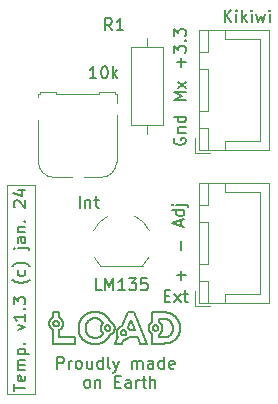
<source format=gbr>
%TF.GenerationSoftware,KiCad,Pcbnew,7.0.9*%
%TF.CreationDate,2024-01-10T21:16:10+01:00*%
%TF.ProjectId,TemperatureLM135,54656d70-6572-4617-9475-72654c4d3133,1.3*%
%TF.SameCoordinates,Original*%
%TF.FileFunction,Legend,Top*%
%TF.FilePolarity,Positive*%
%FSLAX46Y46*%
G04 Gerber Fmt 4.6, Leading zero omitted, Abs format (unit mm)*
G04 Created by KiCad (PCBNEW 7.0.9) date 2024-01-10 21:16:10*
%MOMM*%
%LPD*%
G01*
G04 APERTURE LIST*
%ADD10C,0.150000*%
%ADD11C,0.170004*%
%ADD12C,0.100000*%
%ADD13C,0.120000*%
G04 APERTURE END LIST*
D10*
X61999905Y-33016819D02*
X61999905Y-32016819D01*
X62476095Y-32350152D02*
X62476095Y-33016819D01*
X62476095Y-32445390D02*
X62523714Y-32397771D01*
X62523714Y-32397771D02*
X62618952Y-32350152D01*
X62618952Y-32350152D02*
X62761809Y-32350152D01*
X62761809Y-32350152D02*
X62857047Y-32397771D01*
X62857047Y-32397771D02*
X62904666Y-32493009D01*
X62904666Y-32493009D02*
X62904666Y-33016819D01*
X63238000Y-32350152D02*
X63618952Y-32350152D01*
X63380857Y-32016819D02*
X63380857Y-32873961D01*
X63380857Y-32873961D02*
X63428476Y-32969200D01*
X63428476Y-32969200D02*
X63523714Y-33016819D01*
X63523714Y-33016819D02*
X63618952Y-33016819D01*
X69199238Y-40494009D02*
X69532571Y-40494009D01*
X69675428Y-41017819D02*
X69199238Y-41017819D01*
X69199238Y-41017819D02*
X69199238Y-40017819D01*
X69199238Y-40017819D02*
X69675428Y-40017819D01*
X70008762Y-41017819D02*
X70532571Y-40351152D01*
X70008762Y-40351152D02*
X70532571Y-41017819D01*
X70770667Y-40351152D02*
X71151619Y-40351152D01*
X70913524Y-40017819D02*
X70913524Y-40874961D01*
X70913524Y-40874961D02*
X70961143Y-40970200D01*
X70961143Y-40970200D02*
X71056381Y-41017819D01*
X71056381Y-41017819D02*
X71151619Y-41017819D01*
X63841523Y-40001819D02*
X63365333Y-40001819D01*
X63365333Y-40001819D02*
X63365333Y-39001819D01*
X64174857Y-40001819D02*
X64174857Y-39001819D01*
X64174857Y-39001819D02*
X64508190Y-39716104D01*
X64508190Y-39716104D02*
X64841523Y-39001819D01*
X64841523Y-39001819D02*
X64841523Y-40001819D01*
X65841523Y-40001819D02*
X65270095Y-40001819D01*
X65555809Y-40001819D02*
X65555809Y-39001819D01*
X65555809Y-39001819D02*
X65460571Y-39144676D01*
X65460571Y-39144676D02*
X65365333Y-39239914D01*
X65365333Y-39239914D02*
X65270095Y-39287533D01*
X66174857Y-39001819D02*
X66793904Y-39001819D01*
X66793904Y-39001819D02*
X66460571Y-39382771D01*
X66460571Y-39382771D02*
X66603428Y-39382771D01*
X66603428Y-39382771D02*
X66698666Y-39430390D01*
X66698666Y-39430390D02*
X66746285Y-39478009D01*
X66746285Y-39478009D02*
X66793904Y-39573247D01*
X66793904Y-39573247D02*
X66793904Y-39811342D01*
X66793904Y-39811342D02*
X66746285Y-39906580D01*
X66746285Y-39906580D02*
X66698666Y-39954200D01*
X66698666Y-39954200D02*
X66603428Y-40001819D01*
X66603428Y-40001819D02*
X66317714Y-40001819D01*
X66317714Y-40001819D02*
X66222476Y-39954200D01*
X66222476Y-39954200D02*
X66174857Y-39906580D01*
X67698666Y-39001819D02*
X67222476Y-39001819D01*
X67222476Y-39001819D02*
X67174857Y-39478009D01*
X67174857Y-39478009D02*
X67222476Y-39430390D01*
X67222476Y-39430390D02*
X67317714Y-39382771D01*
X67317714Y-39382771D02*
X67555809Y-39382771D01*
X67555809Y-39382771D02*
X67651047Y-39430390D01*
X67651047Y-39430390D02*
X67698666Y-39478009D01*
X67698666Y-39478009D02*
X67746285Y-39573247D01*
X67746285Y-39573247D02*
X67746285Y-39811342D01*
X67746285Y-39811342D02*
X67698666Y-39906580D01*
X67698666Y-39906580D02*
X67651047Y-39954200D01*
X67651047Y-39954200D02*
X67555809Y-40001819D01*
X67555809Y-40001819D02*
X67317714Y-40001819D01*
X67317714Y-40001819D02*
X67222476Y-39954200D01*
X67222476Y-39954200D02*
X67174857Y-39906580D01*
X70581366Y-39095951D02*
X70581366Y-38334047D01*
X70962319Y-38714999D02*
X70200414Y-38714999D01*
X70549604Y-34563570D02*
X70549604Y-34087380D01*
X70835319Y-34658808D02*
X69835319Y-34325475D01*
X69835319Y-34325475D02*
X70835319Y-33992142D01*
X70835319Y-33230237D02*
X69835319Y-33230237D01*
X70787700Y-33230237D02*
X70835319Y-33325475D01*
X70835319Y-33325475D02*
X70835319Y-33515951D01*
X70835319Y-33515951D02*
X70787700Y-33611189D01*
X70787700Y-33611189D02*
X70740080Y-33658808D01*
X70740080Y-33658808D02*
X70644842Y-33706427D01*
X70644842Y-33706427D02*
X70359128Y-33706427D01*
X70359128Y-33706427D02*
X70263890Y-33658808D01*
X70263890Y-33658808D02*
X70216271Y-33611189D01*
X70216271Y-33611189D02*
X70168652Y-33515951D01*
X70168652Y-33515951D02*
X70168652Y-33325475D01*
X70168652Y-33325475D02*
X70216271Y-33230237D01*
X70168652Y-32754046D02*
X71025795Y-32754046D01*
X71025795Y-32754046D02*
X71121033Y-32801665D01*
X71121033Y-32801665D02*
X71168652Y-32896903D01*
X71168652Y-32896903D02*
X71168652Y-32944522D01*
X69835319Y-32754046D02*
X69882938Y-32801665D01*
X69882938Y-32801665D02*
X69930557Y-32754046D01*
X69930557Y-32754046D02*
X69882938Y-32706427D01*
X69882938Y-32706427D02*
X69835319Y-32754046D01*
X69835319Y-32754046D02*
X69930557Y-32754046D01*
X70581366Y-36555951D02*
X70581366Y-35794047D01*
D11*
X65854217Y-43410022D02*
X65862687Y-43417463D01*
X60052864Y-43041291D02*
X60041573Y-43043934D01*
X65934430Y-43640356D02*
X65931823Y-43651806D01*
X67886924Y-42931958D02*
X67879201Y-42948796D01*
X68212764Y-43067038D02*
X68218837Y-43057433D01*
X62265642Y-42244739D02*
X62243453Y-42268921D01*
X69721965Y-42673571D02*
X69733080Y-42688192D01*
X63194267Y-42350285D02*
X63215506Y-42348493D01*
X64521793Y-43364961D02*
X64513323Y-43372402D01*
X63244931Y-44032296D02*
X63223429Y-44030995D01*
X68523621Y-43397889D02*
X68513557Y-43403117D01*
X65814111Y-44174240D02*
X65848850Y-44166502D01*
X60514308Y-42542829D02*
X60495764Y-42508889D01*
X60401668Y-43235949D02*
X60415053Y-43222289D01*
X64400403Y-42955784D02*
X64411895Y-42957867D01*
X69754275Y-42718413D02*
X69764353Y-42734010D01*
X65937968Y-43616858D02*
X65936483Y-43628702D01*
X62675551Y-43739783D02*
X62663469Y-43724361D01*
X68992511Y-43254041D02*
X68994393Y-43232817D01*
X62815025Y-43875761D02*
X62799696Y-43863831D01*
X59864054Y-42615771D02*
X59873525Y-42609613D01*
X69774085Y-43634625D02*
X69764353Y-43650296D01*
X64383332Y-44041807D02*
X64402178Y-44017205D01*
X68400370Y-43426157D02*
X68388519Y-43425243D01*
X63373456Y-44029275D02*
X63352565Y-44031052D01*
X69881713Y-43063732D02*
X69884193Y-43084220D01*
X68193131Y-43271133D02*
X68189461Y-43260136D01*
X59903702Y-43030138D02*
X59893363Y-43025397D01*
X68673107Y-42660197D02*
X68673107Y-42396548D01*
X66117153Y-44012421D02*
X66140784Y-43987171D01*
X68015829Y-42755598D02*
X67990062Y-42781327D01*
X69956233Y-44253112D02*
X69982109Y-44234157D01*
X60223214Y-42859734D02*
X60220607Y-42871185D01*
X65925006Y-43674035D02*
X65920826Y-43684783D01*
X65256311Y-43215194D02*
X65241004Y-43234747D01*
X64513323Y-43007120D02*
X64521793Y-43014561D01*
X64261245Y-42194813D02*
X64237287Y-42172713D01*
X65910994Y-43479852D02*
X65916150Y-43490058D01*
X69648069Y-43790409D02*
X69634576Y-43802603D01*
X68015829Y-43623924D02*
X68043125Y-43647999D01*
X63759870Y-43879355D02*
X63744359Y-43890810D01*
X63813405Y-41912573D02*
X63781046Y-41900327D01*
X64946522Y-43237586D02*
X64947929Y-43213796D01*
X69133456Y-43982756D02*
X69111878Y-43982972D01*
X64840882Y-42847389D02*
X64814198Y-42812171D01*
X64438178Y-43966731D02*
X64455332Y-43940857D01*
X68376840Y-43423737D02*
X68365348Y-43421655D01*
X59587417Y-43235949D02*
X59615462Y-43261925D01*
X63152538Y-42355401D02*
X63173277Y-42352588D01*
X62872311Y-42456946D02*
X62888965Y-42447049D01*
X65448332Y-43061324D02*
X65426314Y-43072923D01*
X68388519Y-43425243D02*
X68376840Y-43423737D01*
X67871988Y-42965918D02*
X67865295Y-42983312D01*
X69401474Y-44486380D02*
X69436036Y-44479618D01*
X69237788Y-42404795D02*
X69257949Y-42407764D01*
X68513557Y-43403117D02*
X68503218Y-43407859D01*
X69875282Y-42070502D02*
X69847193Y-42054061D01*
X62830658Y-43887316D02*
X62815025Y-43875761D01*
X70398063Y-43680653D02*
X70409371Y-43650000D01*
X69754275Y-43665669D02*
X69743850Y-43680743D01*
X69648069Y-42592865D02*
X69661231Y-42605450D01*
X70419899Y-42754201D02*
X70409371Y-42723473D01*
X59994543Y-43048745D02*
X59982534Y-43048437D01*
X65836247Y-43396393D02*
X65845399Y-43402994D01*
X60223214Y-42764347D02*
X60225267Y-42776002D01*
X64931922Y-43329947D02*
X64936882Y-43307313D01*
X69875412Y-43023375D02*
X69878786Y-43043450D01*
X65705759Y-43355958D02*
X65717767Y-43356266D01*
X62534583Y-42896330D02*
X62541165Y-42877141D01*
X60006551Y-43048437D02*
X59994543Y-43048745D01*
X68186314Y-43248905D02*
X68183707Y-43237455D01*
X69603018Y-41944497D02*
X69570395Y-41933934D01*
X62491004Y-43139455D02*
X62492138Y-43118312D01*
X62710598Y-42591704D02*
X62723699Y-42577498D01*
X64445106Y-43412098D02*
X64434261Y-43415820D01*
X65590790Y-43012233D02*
X65565938Y-43017847D01*
X63775131Y-44479532D02*
X63807713Y-44467364D01*
X69295447Y-41877545D02*
X69259321Y-41874016D01*
X62487053Y-44327391D02*
X62514770Y-44345342D01*
X63355709Y-44560447D02*
X63392658Y-44558327D01*
X59483783Y-42525689D02*
X59474777Y-42542829D01*
X63675191Y-44511055D02*
X63708869Y-44501379D01*
X59444306Y-43009521D02*
X59458408Y-43045998D01*
X63859049Y-43788322D02*
X63845890Y-43802483D01*
X68605920Y-43322089D02*
X68599411Y-43331369D01*
X65482841Y-43522288D02*
X65486512Y-43511291D01*
X63647876Y-41859748D02*
X63613647Y-41851707D01*
X63845391Y-41925657D02*
X63813405Y-41912573D01*
X63579044Y-41844510D02*
X63544065Y-41838157D01*
X69929803Y-44271474D02*
X69956233Y-44253112D01*
X65540723Y-43760024D02*
X65532994Y-43751802D01*
X64544967Y-43039210D02*
X64551897Y-43048153D01*
X62862830Y-43909302D02*
X62846592Y-43898495D01*
X64323425Y-44113077D02*
X64343955Y-44089742D01*
X59761127Y-42812041D02*
X59761431Y-42799863D01*
X64434261Y-42963701D02*
X64445106Y-42967424D01*
X68690878Y-43709910D02*
X68708283Y-43699904D01*
X64485882Y-43392188D02*
X64476108Y-43397889D01*
X66065705Y-44058522D02*
X66092105Y-44036228D01*
X59784151Y-42914646D02*
X59779476Y-42904161D01*
X63111811Y-42362553D02*
X63132050Y-42358723D01*
X68291361Y-43392188D02*
X68281890Y-43386030D01*
X64587782Y-43119386D02*
X64590928Y-43130617D01*
X69196763Y-42400219D02*
X69217393Y-42402280D01*
X60296601Y-43318478D02*
X60312749Y-43308172D01*
X70103146Y-44130536D02*
X70125684Y-44108094D01*
X60505302Y-43098393D02*
X60514308Y-43081253D01*
X69982109Y-44234157D02*
X70007429Y-44214610D01*
X59765871Y-42859734D02*
X59763818Y-42848080D01*
X65512217Y-43460335D02*
X65518726Y-43451055D01*
X64177831Y-43331369D02*
X64171322Y-43322089D01*
X63427447Y-42359055D02*
X63447562Y-42362994D01*
X64580582Y-43739754D02*
X64601229Y-43730939D01*
X65899300Y-43460335D02*
X65905373Y-43469939D01*
X69577285Y-42535357D02*
X69592105Y-42546135D01*
X67859133Y-43000968D02*
X67853511Y-43018877D01*
X68977804Y-43336587D02*
X68982531Y-43316329D01*
X61972850Y-43667365D02*
X61984495Y-43698780D01*
X62700855Y-43769747D02*
X62688013Y-43754911D01*
X60227654Y-42799863D02*
X60227957Y-42812041D01*
X62407146Y-44269959D02*
X62433242Y-44289701D01*
X62727588Y-43798501D02*
X62714074Y-43784292D01*
X69710506Y-42659279D02*
X69721965Y-42673571D01*
X63905688Y-43731345D02*
X63890705Y-43750786D01*
X63695819Y-43922836D02*
X63678971Y-43932729D01*
X63887283Y-42632521D02*
X63902527Y-42651603D01*
X59536569Y-42445325D02*
X59525016Y-42460648D01*
X59412398Y-42853241D02*
X59416517Y-42893682D01*
X63079861Y-44007244D02*
X63060352Y-44001750D01*
X59574032Y-42401793D02*
X59561088Y-42415886D01*
X69871593Y-43003506D02*
X69875412Y-43023375D01*
X65473550Y-43568467D02*
X65475034Y-43556624D01*
X68181654Y-43153722D02*
X68183707Y-43142068D01*
X60143001Y-42629400D02*
X60151471Y-42636840D01*
X69743850Y-43680743D02*
X69733080Y-43695519D01*
X69792510Y-43602390D02*
X69783471Y-43618656D01*
X64131973Y-44288115D02*
X64158133Y-44268063D01*
X68388519Y-42954279D02*
X68400370Y-42953364D01*
X62547441Y-42017766D02*
X62519034Y-42035283D01*
X64590928Y-43130617D02*
X64593535Y-43142068D01*
X65473550Y-43616858D02*
X65472648Y-43604840D01*
X68944257Y-42946024D02*
X68926455Y-42909553D01*
X69185893Y-44510198D02*
X69222804Y-44508218D01*
X64109360Y-42071136D02*
X64082159Y-42052602D01*
X62571857Y-43572107D02*
X62563588Y-43553668D01*
X61935112Y-42848334D02*
X61927332Y-42881213D01*
X60227957Y-42812041D02*
X60227654Y-42824218D01*
X70209365Y-42362532D02*
X70189415Y-42338140D01*
X60213790Y-42730669D02*
X60217460Y-42741666D01*
X60174645Y-42661490D02*
X60181575Y-42670432D01*
X69801201Y-43585828D02*
X69792510Y-43602390D01*
X60074784Y-43034378D02*
X60063939Y-43038100D01*
X68906305Y-42874552D02*
X68883912Y-42841127D01*
X69392576Y-42441156D02*
X69410889Y-42447715D01*
X61900567Y-43337296D02*
X61904182Y-43371589D01*
X67833846Y-43111857D02*
X67831671Y-43131070D01*
X64544967Y-43340312D02*
X64537629Y-43348901D01*
X69366522Y-41886951D02*
X69331180Y-41881857D01*
X59829507Y-42644679D02*
X59837614Y-42636840D01*
X63737810Y-42492584D02*
X63753555Y-42504162D01*
X63132050Y-42358723D02*
X63152538Y-42355401D01*
X59807510Y-42670432D02*
X59814440Y-42661490D01*
X69297570Y-42415058D02*
X69317033Y-42419381D01*
X70209365Y-44013303D02*
X70228667Y-43988347D01*
X64521793Y-43014561D02*
X64529900Y-43022399D01*
X65124549Y-43539473D02*
X65122808Y-43565917D01*
X64944200Y-43261115D02*
X64946522Y-43237586D01*
X59982534Y-43048437D02*
X59970683Y-43047522D01*
X59801001Y-42679713D02*
X59807510Y-42670432D01*
X65490692Y-43500542D02*
X65495367Y-43490058D01*
X62688013Y-43754911D02*
X62675551Y-43739783D01*
X62940922Y-42419724D02*
X62958912Y-42411406D01*
X62827194Y-41888921D02*
X62794257Y-41900327D01*
X64284623Y-43412098D02*
X64274024Y-43407859D01*
X59925146Y-42585981D02*
X59936221Y-42582790D01*
X64134140Y-43153722D02*
X64136193Y-43142068D01*
X63571967Y-44535074D02*
X63606739Y-44527904D01*
X60085383Y-42593942D02*
X60095722Y-42598684D01*
X62650086Y-42667240D02*
X62661479Y-42651568D01*
X62501217Y-43337270D02*
X62498267Y-43316665D01*
X59525016Y-42460648D02*
X59513949Y-42476357D01*
X63302318Y-42346448D02*
X63323700Y-42347236D01*
X60475136Y-42476357D02*
X60452517Y-42445325D01*
X70454213Y-43492343D02*
X70460842Y-43459926D01*
X59411355Y-42791351D02*
X59411005Y-42812041D01*
X68263920Y-43372402D02*
X68255450Y-43364961D01*
X68994393Y-43232817D02*
X68995533Y-43211386D01*
X70330853Y-42546917D02*
X70315446Y-42519117D01*
X62490323Y-43160753D02*
X62491004Y-43139455D01*
X62490323Y-43211305D02*
X62490096Y-43189760D01*
X61914226Y-42947810D02*
X61908900Y-42981529D01*
X59779476Y-42904161D02*
X59775295Y-42893413D01*
X64154473Y-43292366D02*
X64149797Y-43281882D01*
X68804314Y-43628152D02*
X68818798Y-43614365D01*
X65472344Y-43592663D02*
X65472648Y-43580485D01*
X63832728Y-43433044D02*
X63845792Y-43460476D01*
X65947975Y-44131210D02*
X65979091Y-44115647D01*
X64601229Y-43730939D02*
X64621464Y-43721354D01*
X69884193Y-43304420D02*
X69881713Y-43325034D01*
X68447917Y-42955784D02*
X68459409Y-42957867D01*
X63033359Y-42382943D02*
X63052597Y-42377087D01*
X64539036Y-42575367D02*
X64524779Y-42546753D01*
X63041096Y-43995729D02*
X63022093Y-43989179D01*
X69783471Y-42766167D02*
X69792510Y-42782723D01*
X59427603Y-42671365D02*
X59423268Y-42690811D01*
X63860186Y-43487100D02*
X63875866Y-43512871D01*
X69886225Y-43104915D02*
X69887807Y-43125817D01*
X62541165Y-43496615D02*
X62534583Y-43477224D01*
X70282682Y-42464975D02*
X70265326Y-42438633D01*
X63841510Y-42581521D02*
X63855076Y-42595733D01*
X59601230Y-42374917D02*
X59587417Y-42388132D01*
X69634576Y-43802603D02*
X69620751Y-43814423D01*
X59883299Y-42603912D02*
X59893363Y-42598684D01*
X59914301Y-42589703D02*
X59925146Y-42585981D01*
X64154473Y-43087156D02*
X64159628Y-43076950D01*
X63508710Y-41832648D02*
X63472980Y-41827985D01*
X69729331Y-41994274D02*
X69698493Y-41980820D01*
X63788883Y-43285298D02*
X63794643Y-43316112D01*
X64376872Y-43426157D02*
X64364864Y-43426465D01*
X70484238Y-43259121D02*
X70485408Y-43224594D01*
X68638442Y-43248905D02*
X68635296Y-43260136D01*
X65916150Y-43490058D02*
X65920826Y-43500542D01*
X63681729Y-41868631D02*
X63647876Y-41859748D01*
X70228667Y-43988347D02*
X70247321Y-43962887D01*
X64131753Y-43177584D02*
X64132655Y-43165566D01*
X69464255Y-43911887D02*
X69446780Y-43919544D01*
X59789307Y-42924852D02*
X59784151Y-42914646D01*
X69148585Y-41868133D02*
X69110884Y-41867741D01*
X64593535Y-43237455D02*
X64590928Y-43248905D01*
X62157560Y-44015258D02*
X62177168Y-44041017D01*
X64570100Y-43302572D02*
X64564478Y-43312485D01*
X63392658Y-44558327D02*
X63429245Y-44555361D01*
X59615462Y-42362157D02*
X59601230Y-42374917D01*
D12*
X55854600Y-31115000D02*
X58166000Y-31115000D01*
X58166000Y-48768000D01*
X55854600Y-48768000D01*
X55854600Y-31115000D01*
D11*
X69878786Y-43345382D02*
X69875412Y-43365463D01*
X69888938Y-43146925D02*
X69889618Y-43168240D01*
X64352856Y-43426157D02*
X64341005Y-43425243D01*
X70359717Y-42603973D02*
X70345610Y-42575202D01*
X65363719Y-43113075D02*
X65344088Y-43128159D01*
X64284658Y-42217509D02*
X64261245Y-42194813D01*
X70373172Y-43741026D02*
X70385975Y-43711015D01*
X63022093Y-43989179D02*
X63003344Y-43982101D01*
X64026150Y-42017315D02*
X63997347Y-42000559D01*
X68459409Y-42957867D02*
X68470700Y-42960511D01*
X62853980Y-44501379D02*
X62887448Y-44511055D01*
X62069145Y-43878901D02*
X62085538Y-43907182D01*
X70265326Y-43936923D02*
X70282682Y-43910455D01*
X67965904Y-43570893D02*
X67990062Y-43598195D01*
X69498208Y-42486914D02*
X69514686Y-42495875D01*
X63096318Y-44551552D02*
X63132456Y-44555361D01*
X64593535Y-43142068D02*
X64595589Y-43153722D01*
X63827631Y-42567687D02*
X63841510Y-42581521D01*
X68197312Y-43097641D02*
X68201987Y-43087156D01*
X64136193Y-43237455D02*
X64134140Y-43225800D01*
X62928186Y-41859748D02*
X62894157Y-41868631D01*
X64207936Y-43014561D02*
X64216406Y-43007120D01*
X64426614Y-42384951D02*
X64408146Y-42359627D01*
X69546649Y-42514889D02*
X69562133Y-42524942D01*
X65693751Y-43829059D02*
X65681900Y-43828144D01*
X64570100Y-43076950D02*
X64575256Y-43087156D01*
X59837614Y-42636840D02*
X59846084Y-42629400D01*
X63454980Y-44017094D02*
X63434905Y-44020901D01*
X69847193Y-42054061D02*
X69818553Y-42038218D01*
X60194157Y-42689317D02*
X60199778Y-42699230D01*
X66170262Y-43234500D02*
X66158608Y-43219499D01*
X65500523Y-43479852D02*
X65506145Y-43469939D01*
X63132456Y-44555361D02*
X63168967Y-44558327D01*
X65594516Y-43384534D02*
X65604580Y-43379306D01*
X63930187Y-43584635D02*
X63950575Y-43606560D01*
X67943431Y-42837424D02*
X67922725Y-42867630D01*
X62138591Y-43988996D02*
X62157560Y-44015258D01*
X64719821Y-42720030D02*
X64684050Y-42694294D01*
X65506145Y-43469939D02*
X65512217Y-43460335D01*
X70485798Y-43189761D02*
X70485798Y-43182207D01*
X63671751Y-42450016D02*
X63688726Y-42460097D01*
X59458408Y-43045998D02*
X59474777Y-43081253D01*
X64136025Y-42090263D02*
X64109360Y-42071136D01*
X61895749Y-43267864D02*
X61897756Y-43302720D01*
X69818554Y-44338962D02*
X69847194Y-44322987D01*
X59775295Y-42730669D02*
X59779476Y-42719920D01*
X62793967Y-42512325D02*
X62808984Y-42500464D01*
X69259323Y-44505443D02*
X69295448Y-44501873D01*
X63957565Y-42732652D02*
X63969797Y-42754124D01*
X62504622Y-43014971D02*
X62508481Y-42994785D01*
X63589806Y-43976236D02*
X63571157Y-43983596D01*
X65694336Y-44184392D02*
X65705760Y-44184424D01*
X60209609Y-42719920D02*
X60213790Y-42730669D01*
X63855076Y-42595733D02*
X63871464Y-42613900D01*
X62056252Y-42536726D02*
X62040985Y-42566081D01*
X59873525Y-43014468D02*
X59864054Y-43008310D01*
X68708283Y-42679617D02*
X68673107Y-42660197D01*
X67127355Y-44511782D02*
X67727281Y-44511782D01*
X62512793Y-43398160D02*
X62508481Y-43378016D01*
X65705759Y-43829367D02*
X65693751Y-43829059D01*
X65670221Y-43826639D02*
X65658728Y-43824556D01*
X63258736Y-42346442D02*
X63280726Y-42346186D01*
X62729470Y-41925657D02*
X62697757Y-41939468D01*
X64257272Y-44181644D02*
X64280685Y-44158488D01*
X60538017Y-43027907D02*
X60544779Y-43009521D01*
X60030081Y-43046017D02*
X60018402Y-43047522D01*
X60105786Y-43020169D02*
X60095722Y-43025397D01*
X62661479Y-42651568D02*
X62673226Y-42636179D01*
X61897756Y-43302720D02*
X61900567Y-43337296D01*
X67848438Y-43037028D02*
X67843926Y-43055412D01*
X62628367Y-42699427D02*
X62639049Y-42683193D01*
X69686553Y-43751626D02*
X69674061Y-43764902D01*
X62528454Y-43457683D02*
X62522780Y-43437993D01*
X63784714Y-43253939D02*
X63788883Y-43285298D01*
X64838895Y-43534871D02*
X64851480Y-43516403D01*
X59994543Y-42575336D02*
X60006551Y-42575644D01*
X67831671Y-43131070D02*
X67830105Y-43150465D01*
X70247321Y-43962887D02*
X70265326Y-43936923D01*
X65905373Y-43715386D02*
X65899300Y-43724990D01*
X70168818Y-42314237D02*
X70147574Y-42290822D01*
X65479695Y-43533519D02*
X65482841Y-43522288D01*
X64466043Y-43403117D02*
X64455705Y-43407859D01*
X70476050Y-43360880D02*
X70479559Y-43327263D01*
X62437146Y-42091566D02*
X62410964Y-42111576D01*
X64184762Y-43039210D02*
X64192099Y-43030621D01*
X70398063Y-42693061D02*
X70385975Y-42662968D01*
X69277876Y-42411185D02*
X69297570Y-42415058D01*
X60576687Y-42853241D02*
X60577730Y-42832730D01*
X69331180Y-41881857D02*
X69295447Y-41877545D01*
X59789307Y-42699230D02*
X59794928Y-42689317D01*
X69825187Y-43534361D02*
X69817540Y-43551813D01*
X61913819Y-43439326D02*
X61919843Y-43472767D01*
X63447562Y-42362994D02*
X63467465Y-42367459D01*
X63972032Y-43627413D02*
X63959915Y-43649096D01*
X62761683Y-41912573D02*
X62729470Y-41925657D01*
X64524779Y-42546753D02*
X64509922Y-42518611D01*
X60188084Y-42944368D02*
X60181575Y-42953649D01*
X69862623Y-42964389D02*
X69867329Y-42983844D01*
X70007428Y-42161698D02*
X69982108Y-42142259D01*
X59771625Y-42741666D02*
X59775295Y-42730669D01*
X65193467Y-43876604D02*
X65203490Y-43894480D01*
X68470700Y-43419011D02*
X68459409Y-43421655D01*
X65693751Y-43356266D02*
X65705759Y-43355958D01*
X70438616Y-43556289D02*
X70446805Y-43524464D01*
X62697786Y-42606246D02*
X62710598Y-42591704D01*
X61963350Y-42751376D02*
X61953121Y-42783416D01*
X69789362Y-42022972D02*
X69759621Y-42008324D01*
X62517560Y-42954905D02*
X62522780Y-42935213D01*
X68101986Y-43690870D02*
X68101986Y-44511782D01*
X62913358Y-43939489D02*
X62896213Y-43929797D01*
X60006551Y-42575644D02*
X60018402Y-42576558D01*
X65878524Y-43433523D02*
X65885861Y-43442112D01*
X68342982Y-42963701D02*
X68354057Y-42960511D01*
X62504622Y-43357720D02*
X62501217Y-43337270D01*
X68635296Y-43119386D02*
X68638442Y-43130617D01*
X69537386Y-41924151D02*
X69503990Y-41915149D01*
X65742498Y-44183270D02*
X65778638Y-44179852D01*
X64552693Y-42604452D02*
X64539036Y-42575367D01*
X69148586Y-44511386D02*
X69185893Y-44510198D01*
X68255450Y-43364961D02*
X68247343Y-43357122D01*
X63801951Y-43346338D02*
X63810764Y-43375931D01*
X65166994Y-43364966D02*
X65157862Y-43388583D01*
X64940981Y-43284363D02*
X64944200Y-43261115D01*
X60569516Y-42913588D02*
X60572568Y-42893682D01*
X62640443Y-43692630D02*
X62629501Y-43676319D01*
X64341005Y-43425243D02*
X64329326Y-43423737D01*
X69789363Y-44354336D02*
X69818554Y-44338962D01*
X64243846Y-43392188D02*
X64234376Y-43386030D01*
X59513949Y-43147724D02*
X59536569Y-43178756D01*
X64565750Y-42634008D02*
X64552693Y-42604452D01*
X59412398Y-42770840D02*
X59411355Y-42791351D01*
X60565817Y-42690811D02*
X60556523Y-42652167D01*
X68585143Y-43030621D02*
X68592480Y-43039210D01*
X65383983Y-43098824D02*
X65363719Y-43113075D01*
X64584111Y-43108389D02*
X64587782Y-43119386D01*
X63215506Y-42348493D02*
X63236996Y-42347212D01*
X63434905Y-44020901D02*
X63414625Y-44024200D01*
X67829159Y-43170032D02*
X67828841Y-43189761D01*
X61943708Y-42815736D02*
X61935112Y-42848334D01*
X64920039Y-43006996D02*
X64904665Y-42964568D01*
X65344088Y-43128159D02*
X65325116Y-43144051D01*
X67848438Y-43342494D02*
X67859133Y-43378554D01*
X63536831Y-44541407D02*
X63571967Y-44535074D01*
X62750849Y-42550257D02*
X62764901Y-42537222D01*
X62335778Y-42175364D02*
X62311840Y-42197884D01*
X64504504Y-43000092D02*
X64513323Y-43007120D01*
X65786000Y-43815000D02*
X65775155Y-43818722D01*
X60343953Y-42338051D02*
X60312749Y-42315909D01*
X65426314Y-43072923D02*
X65404857Y-43085432D01*
X62723699Y-42577498D02*
X62737115Y-42563682D01*
X68577414Y-43022399D02*
X68585143Y-43030621D01*
X63928476Y-42796794D02*
X63909435Y-42819682D01*
X65475034Y-43628702D02*
X65473550Y-43616858D01*
X60115560Y-42609613D02*
X60125031Y-42615771D01*
X67727281Y-44511782D02*
X66609870Y-41842558D01*
X65518726Y-43451055D02*
X65525656Y-43442112D01*
X68263920Y-43007120D02*
X68272738Y-43000092D01*
X70080053Y-42223618D02*
X70056402Y-42202377D01*
X68321538Y-42971663D02*
X68332137Y-42967424D01*
X62571831Y-44379458D02*
X62601177Y-44395625D01*
X61894544Y-43232729D02*
X61895749Y-43267864D01*
X69801201Y-42799596D02*
X69809544Y-42816782D01*
X64149797Y-43097641D02*
X64154473Y-43087156D01*
X69825187Y-42852091D02*
X69832485Y-42870210D01*
X62288464Y-42221035D02*
X62265642Y-42244739D01*
X65625518Y-43815000D02*
X65614919Y-43810760D01*
X68832812Y-43600091D02*
X68846343Y-43585344D01*
X61974395Y-42719614D02*
X61963350Y-42751376D01*
X63938147Y-41968825D02*
X63907755Y-41953845D01*
X66245560Y-43367428D02*
X66237993Y-43349669D01*
X69355264Y-43951527D02*
X69336264Y-43956579D01*
X63950575Y-43606560D02*
X63972032Y-43627413D01*
X70330854Y-43828018D02*
X70345610Y-43799527D01*
X62332091Y-44207143D02*
X62356571Y-44228681D01*
X68959606Y-43395662D02*
X68966329Y-43376267D01*
X65625518Y-43370325D02*
X65636362Y-43366603D01*
X63810449Y-43004715D02*
X63801733Y-43034158D01*
X62563588Y-43553668D02*
X62555703Y-43534919D01*
X65175229Y-43839727D02*
X65184042Y-43858349D01*
X69374035Y-43946026D02*
X69355264Y-43951527D01*
X70479559Y-43327263D02*
X70482288Y-43293344D01*
X68804314Y-42751369D02*
X68773990Y-42725309D01*
X62508481Y-43378016D02*
X62504622Y-43357720D01*
X69832485Y-43516614D02*
X69825187Y-43534361D01*
X69845857Y-43480399D02*
X69839390Y-43498637D01*
X69764353Y-42734010D02*
X69774085Y-42749929D01*
X66192142Y-43265651D02*
X66181444Y-43249888D01*
X68513557Y-42976404D02*
X68523621Y-42981633D01*
X65916150Y-43695268D02*
X65910994Y-43705474D01*
X59794928Y-42934764D02*
X59789307Y-42924852D01*
X61571335Y-43982973D02*
X60280103Y-43982973D01*
X65826776Y-43795090D02*
X65817002Y-43800791D01*
X67990062Y-42781327D02*
X67965904Y-42808629D01*
X62012325Y-42626181D02*
X61998931Y-42656924D01*
X64551897Y-43048153D02*
X64558406Y-43057433D01*
X63494520Y-44007958D02*
X63474852Y-44012780D01*
X59814440Y-42661490D02*
X59821777Y-42652900D01*
X65939174Y-43592663D02*
X65938870Y-43604840D01*
X63487154Y-42372449D02*
X63506631Y-42377965D01*
X63513985Y-44002629D02*
X63494520Y-44007958D01*
X69446780Y-42462218D02*
X69464255Y-42470085D01*
X62639049Y-42683193D02*
X62650086Y-42667240D01*
X62788209Y-44479532D02*
X62820899Y-44490871D01*
X60041573Y-42580146D02*
X60052864Y-42582790D01*
X68846343Y-43585344D02*
X68859379Y-43570136D01*
X64445106Y-42967424D02*
X64455705Y-42971663D01*
X64317833Y-43421655D02*
X64306542Y-43419011D01*
X64077999Y-44326353D02*
X64105262Y-44307545D01*
X63525894Y-42384005D02*
X63544943Y-42390571D01*
X59451068Y-42596175D02*
X59444306Y-42614560D01*
X63472980Y-41827985D02*
X63436873Y-41824168D01*
X62120263Y-43962229D02*
X62138591Y-43988996D01*
X64946559Y-43142396D02*
X64941126Y-43096052D01*
X65796599Y-43374565D02*
X65806938Y-43379306D01*
X64926118Y-43352245D02*
X64931922Y-43329947D01*
X63892789Y-43537747D02*
X63910910Y-43561683D01*
X65936483Y-43556624D02*
X65937968Y-43568467D01*
X62543030Y-44362697D02*
X62571831Y-44379458D01*
X63944714Y-42711670D02*
X63957565Y-42732652D01*
X61953121Y-42783416D02*
X61943708Y-42815736D01*
X64487944Y-43887832D02*
X64503400Y-43860679D01*
X60401668Y-42388132D02*
X60373623Y-42362157D01*
X64145617Y-43108389D02*
X64149797Y-43097641D01*
X62514770Y-44345342D02*
X62543030Y-44362697D01*
X64021814Y-44362100D02*
X64050183Y-44344538D01*
X63782172Y-43157671D02*
X63781327Y-43189761D01*
X65167041Y-43820752D02*
X65175229Y-43839727D01*
X64597975Y-43177584D02*
X64598279Y-43189761D01*
X64225224Y-43379430D02*
X64216406Y-43372402D01*
X65566119Y-43782331D02*
X65557300Y-43775303D01*
X64598279Y-43189761D02*
X64597975Y-43201939D01*
X65241004Y-43234747D02*
X65226505Y-43254957D01*
X69392576Y-43940075D02*
X69374035Y-43946026D01*
X65885861Y-43743213D02*
X65878524Y-43751802D01*
X59768478Y-42752897D02*
X59771625Y-42741666D01*
X68183707Y-43142068D02*
X68186314Y-43130617D01*
X70484238Y-43112944D02*
X70482288Y-43078774D01*
X64388724Y-42954279D02*
X64400403Y-42955784D01*
X68631625Y-43271133D02*
X68627445Y-43281882D01*
X69634576Y-42580640D02*
X69648069Y-42592865D01*
X64679522Y-43688155D02*
X64697932Y-43675668D01*
X68193131Y-43108389D02*
X68197312Y-43097641D01*
X62661501Y-44426180D02*
X62692481Y-44440570D01*
X69733080Y-43695519D02*
X69721965Y-43709995D01*
X62769945Y-43838838D02*
X62755523Y-43825773D01*
X64466043Y-42976404D02*
X64476108Y-42981633D01*
X63563778Y-42397662D02*
X63582398Y-42405278D01*
X67830105Y-43229057D02*
X67833846Y-43267665D01*
X65682914Y-44184172D02*
X65688649Y-44184318D01*
X64177831Y-43048153D02*
X64184762Y-43039210D01*
X64411895Y-42957867D02*
X64423186Y-42960511D01*
X68552018Y-43000092D02*
X68560836Y-43007120D01*
X59561088Y-42415886D02*
X59548597Y-42430401D01*
X62311840Y-42197884D02*
X62288464Y-42221035D01*
X65717767Y-43356266D02*
X65729618Y-43357180D01*
X64558406Y-43322089D02*
X64551897Y-43331369D01*
X63160406Y-44023961D02*
X63139895Y-44020569D01*
X59474777Y-43081253D02*
X59493321Y-43115192D01*
X68207143Y-43302572D02*
X68201987Y-43292366D01*
X69867329Y-43404830D02*
X69862623Y-43424116D01*
X61904392Y-43015530D02*
X61900703Y-43049812D01*
X60199778Y-42924852D02*
X60194157Y-42934764D01*
X62962579Y-41851707D02*
X62928186Y-41859748D01*
X59416517Y-42893682D02*
X59423268Y-42933270D01*
X69336264Y-42424154D02*
X69355264Y-42429375D01*
X63103818Y-41827985D02*
X63067957Y-41832648D01*
X69759621Y-42008324D02*
X69729331Y-41994274D01*
X62888965Y-42447049D02*
X62905950Y-42437546D01*
X64295467Y-42963701D02*
X64306542Y-42960511D01*
X64328238Y-42263012D02*
X64306751Y-42240027D01*
X62608067Y-42732737D02*
X62618039Y-42715942D01*
X65149712Y-43412680D02*
X65142567Y-43437231D01*
X60452517Y-43178756D02*
X60464070Y-43163434D01*
X68412379Y-42953056D02*
X68424387Y-42953364D01*
X68645793Y-43189761D02*
X68645489Y-43201939D01*
X59432562Y-42971915D02*
X59444306Y-43009521D01*
X64595589Y-43153722D02*
X64597074Y-43165566D01*
X63288672Y-44033336D02*
X63266679Y-44033076D01*
X69133456Y-42396778D02*
X69154795Y-42397468D01*
X59761431Y-42799863D02*
X59762333Y-42787845D01*
X65752789Y-43360768D02*
X65764080Y-43363412D01*
X60095722Y-42598684D02*
X60105786Y-42603912D01*
X65604580Y-43806019D02*
X65594516Y-43800791D01*
X70485408Y-43147422D02*
X70484238Y-43112944D01*
X62491181Y-42053421D02*
X62463885Y-42072182D01*
X68197312Y-43281882D02*
X68193131Y-43271133D01*
X64134140Y-43225800D02*
X64132655Y-43213957D01*
X61926670Y-43505922D02*
X61934299Y-43538790D01*
X63933948Y-43691118D02*
X63920103Y-43711456D01*
X68622769Y-43292366D02*
X68617614Y-43302572D01*
X63968012Y-41984396D02*
X63938147Y-41968825D01*
X69410889Y-42447715D02*
X69428975Y-42454717D01*
X63119633Y-44016653D02*
X63099621Y-44012212D01*
X68183707Y-43237455D02*
X68181654Y-43225800D01*
X59513949Y-42476357D02*
X59503380Y-42492441D01*
X70359717Y-43770530D02*
X70373172Y-43741026D01*
X70345610Y-43799527D02*
X70359717Y-43770530D01*
X69222803Y-41871271D02*
X69185891Y-41869310D01*
X69503990Y-41915149D02*
X69470207Y-41906927D01*
X65934430Y-43544969D02*
X65936483Y-43556624D01*
X62737115Y-42563682D02*
X62750849Y-42550257D01*
X64212784Y-42151208D02*
X64187739Y-42130299D01*
X64280685Y-44158488D02*
X64302335Y-44135992D01*
X69606594Y-42557275D02*
X69620751Y-42568777D01*
X62284739Y-44162264D02*
X62308147Y-44185004D01*
X69889618Y-43219276D02*
X69888938Y-43240966D01*
X63386582Y-42352752D02*
X63407120Y-42355641D01*
X69562133Y-43857947D02*
X69546649Y-43867886D01*
X65670221Y-43358686D02*
X65681900Y-43357180D01*
X65806938Y-43806019D02*
X65796599Y-43810760D01*
X59794928Y-42689317D02*
X59801001Y-42679713D01*
X70446805Y-43524464D02*
X70454213Y-43492343D01*
X67833846Y-43267665D02*
X67839983Y-43305504D01*
X70485798Y-43182207D02*
X70485408Y-43147422D01*
X62490096Y-43182206D02*
X62490323Y-43160753D01*
X67839983Y-43305504D02*
X67848438Y-43342494D01*
X59763818Y-42776002D02*
X59765871Y-42764347D01*
X59947512Y-43043934D02*
X59936221Y-43041291D01*
X68638442Y-43130617D02*
X68641049Y-43142068D01*
X64646356Y-42671284D02*
X64606876Y-42651141D01*
X68895382Y-43521884D02*
X68906305Y-43504968D01*
X68043125Y-43647999D02*
X68071870Y-43670342D01*
X68332137Y-43412098D02*
X68321538Y-43407859D01*
X68492620Y-43412098D02*
X68481775Y-43415820D01*
X65604580Y-43379306D02*
X65614919Y-43374565D01*
X63608252Y-43968369D02*
X63589806Y-43976236D01*
X69667107Y-44409798D02*
X69698494Y-44396840D01*
X69592105Y-42546135D02*
X69606594Y-42557275D01*
X64590928Y-43248905D02*
X64587782Y-43260136D01*
X60213790Y-42893413D02*
X60209609Y-42904161D01*
X63871464Y-42613900D02*
X63887283Y-42632521D01*
X60440488Y-43193681D02*
X60452517Y-43178756D01*
X68101986Y-42688652D02*
X68071870Y-42709180D01*
X59829507Y-42979402D02*
X59821777Y-42971181D01*
X65477088Y-43640356D02*
X65475034Y-43628702D01*
X65157862Y-43388583D02*
X65149712Y-43412680D01*
X62608759Y-43642795D02*
X62598960Y-43625581D01*
X63544065Y-41838157D02*
X63508710Y-41832648D01*
X62741404Y-43812328D02*
X62727588Y-43798501D01*
X64874589Y-43477990D02*
X64885076Y-43458081D01*
X65910994Y-43705474D02*
X65905373Y-43715386D01*
X62498267Y-43316665D02*
X62495770Y-43295906D01*
X69857475Y-43443140D02*
X69851886Y-43461900D01*
X65915850Y-44144918D02*
X65947975Y-44131210D01*
X68644587Y-43213957D02*
X68643102Y-43225800D01*
X64171322Y-43057433D02*
X64177831Y-43048153D01*
X68186314Y-43130617D02*
X68189461Y-43119386D01*
X60095722Y-43025397D02*
X60085383Y-43030138D01*
X59883299Y-43020169D02*
X59873525Y-43014468D01*
X59645132Y-43286030D02*
X59676336Y-43308172D01*
X64138800Y-43130617D02*
X64141946Y-43119386D01*
X65122808Y-43565917D02*
X65122222Y-43592663D01*
X62522780Y-43437993D02*
X62517560Y-43418152D01*
X64165250Y-43067038D02*
X64171322Y-43057433D01*
X62072145Y-42507836D02*
X62056252Y-42536726D01*
X63784118Y-42528444D02*
X63798934Y-42541148D01*
X63859313Y-42894021D02*
X63845085Y-42920543D01*
X59414123Y-42750519D02*
X59412398Y-42770840D01*
X60530677Y-42578083D02*
X60514308Y-42542829D01*
X68611992Y-43312485D02*
X68605920Y-43322089D01*
X62879370Y-43919735D02*
X62862830Y-43909302D01*
X60220607Y-42871185D02*
X60217460Y-42882416D01*
X69470207Y-41906927D02*
X69436034Y-41899487D01*
X64237287Y-42172713D02*
X64212784Y-42151208D01*
X64216406Y-43372402D02*
X64207936Y-43364961D01*
X64495353Y-42993491D02*
X64504504Y-43000092D01*
X68101986Y-41867740D02*
X68101986Y-42688652D01*
X59784151Y-42709436D02*
X59789307Y-42699230D01*
X67903863Y-42899168D02*
X67886924Y-42931958D01*
X65548328Y-44511782D02*
X65682914Y-44184172D01*
X69809544Y-42816782D02*
X69817540Y-42834281D01*
X69743850Y-42703140D02*
X69754275Y-42718413D01*
X65575270Y-43788932D02*
X65566119Y-43782331D01*
X63365832Y-42350388D02*
X63386582Y-42352752D01*
X69759622Y-44369108D02*
X69789363Y-44354336D01*
X65594516Y-43800791D02*
X65584741Y-43795090D01*
X62576401Y-42000870D02*
X62547441Y-42017766D01*
X59587417Y-42388132D02*
X59574032Y-42401793D01*
X62385342Y-42132211D02*
X62360279Y-42153474D01*
X61894142Y-43197315D02*
X61894544Y-43232729D01*
X69498208Y-43895428D02*
X69481397Y-43903848D01*
X65525656Y-43743213D02*
X65518726Y-43734271D01*
X64715840Y-43662502D02*
X64733229Y-43648673D01*
X59814440Y-42962591D02*
X59807510Y-42953649D01*
X68459409Y-43421655D02*
X68447917Y-43423737D01*
X65741297Y-43358686D02*
X65752789Y-43360768D01*
X68644587Y-43165566D02*
X68645489Y-43177584D01*
X68239613Y-43030621D02*
X68247343Y-43022399D01*
X68354057Y-42960511D02*
X68365348Y-42957867D01*
X65495367Y-43490058D02*
X65500523Y-43479852D01*
X70282682Y-43910455D02*
X70299389Y-43883481D01*
X63140049Y-41824168D02*
X63103818Y-41827985D01*
X69878786Y-43043450D02*
X69881713Y-43063732D01*
X64660629Y-43699944D02*
X64679522Y-43688155D01*
X68424387Y-43426157D02*
X68412379Y-43426465D01*
X68859379Y-42809384D02*
X68832812Y-42779429D01*
X62589543Y-43608062D02*
X62580509Y-43590238D01*
X65565938Y-43017847D02*
X65541497Y-43024522D01*
X62755911Y-44467364D02*
X62788209Y-44479532D01*
X63613647Y-41851707D02*
X63579044Y-41844510D01*
X60225267Y-42776002D02*
X60226752Y-42787845D01*
X59801001Y-42944368D02*
X59794928Y-42934764D01*
X69889618Y-43168240D02*
X69889845Y-43189761D01*
X65931823Y-43533519D02*
X65934430Y-43544969D01*
X65477088Y-43544969D02*
X65479695Y-43533519D01*
X66009130Y-44098300D02*
X66038025Y-44079235D01*
X64597074Y-43213957D02*
X64595589Y-43225800D01*
X62794257Y-41900327D02*
X62761683Y-41912573D01*
X65512217Y-43724990D02*
X65506145Y-43715386D01*
X69686553Y-42631690D02*
X69698701Y-42645318D01*
X64518288Y-43833098D02*
X64532608Y-43805088D01*
X62123584Y-42423965D02*
X62105810Y-42451454D01*
X66140784Y-43987171D02*
X66162927Y-43960544D01*
X67871988Y-43413605D02*
X67886924Y-43447565D01*
X65826776Y-43390235D02*
X65836247Y-43396393D01*
X70056402Y-44173748D02*
X70080053Y-44152435D01*
X64363925Y-44065985D02*
X64383332Y-44041807D01*
X64495353Y-43386030D02*
X64485882Y-43392188D01*
X68179268Y-43201939D02*
X68178964Y-43189761D01*
X60522770Y-43063784D02*
X60530677Y-43045998D01*
X63544943Y-42390571D02*
X63563778Y-42397662D01*
X60018402Y-42576558D02*
X60030081Y-42578064D01*
X62930806Y-43948812D02*
X62913358Y-43939489D01*
X70125683Y-42267897D02*
X70103146Y-42245461D01*
X65541497Y-43024522D02*
X65517491Y-43032233D01*
X68201987Y-43087156D02*
X68207143Y-43076950D01*
X65472648Y-43604840D02*
X65472344Y-43592663D01*
X68966329Y-43376267D02*
X68972399Y-43356571D01*
X66183515Y-43932610D02*
X66889223Y-43932610D01*
X64684050Y-42694294D02*
X64646356Y-42671284D01*
X63821037Y-43404848D02*
X63832728Y-43433044D01*
X69710506Y-43724172D02*
X69698701Y-43738049D01*
X65575270Y-43396393D02*
X65584741Y-43390235D01*
X69792510Y-42782723D02*
X69801201Y-42799596D01*
X63959915Y-43649096D02*
X63947220Y-43670331D01*
X60063939Y-42585981D02*
X60074784Y-42589703D01*
X64595589Y-43225800D02*
X64593535Y-43237455D01*
X59503380Y-42492441D02*
X59493321Y-42508889D01*
X69902818Y-42087543D02*
X69875282Y-42070502D01*
X63571157Y-43983596D02*
X63552303Y-43990448D01*
X68982531Y-43316329D02*
X68986566Y-43295810D01*
X70315446Y-43856003D02*
X70330854Y-43828018D01*
X68342982Y-43415820D02*
X68332137Y-43412098D01*
X60358986Y-43274217D02*
X60373623Y-43261925D01*
X59761431Y-42824218D02*
X59761127Y-42812041D01*
X69562133Y-42524942D02*
X69577285Y-42535357D01*
X65681900Y-43828144D02*
X65670221Y-43826639D01*
X70466691Y-42945194D02*
X70460842Y-42912578D01*
X62995635Y-42396168D02*
X63014372Y-42389303D01*
X68181654Y-43225800D02*
X68180169Y-43213957D01*
X64132655Y-43213957D02*
X64131753Y-43201939D01*
X67943431Y-43542098D02*
X67965904Y-43570893D01*
X66337717Y-42546378D02*
X66684363Y-43403803D01*
X63963410Y-44395354D02*
X63992890Y-44379039D01*
X69851886Y-43461900D02*
X69845857Y-43480399D01*
X63168967Y-44558327D02*
X63205850Y-44560447D01*
X64476108Y-43397889D02*
X64466043Y-43403117D01*
X69881713Y-43325034D02*
X69878786Y-43345382D01*
X64105262Y-44307545D02*
X64131973Y-44288115D01*
X62635979Y-41968935D02*
X62605914Y-41984593D01*
X69818553Y-42038218D02*
X69789362Y-42022972D01*
X68180169Y-43213957D02*
X68179268Y-43201939D01*
X68605920Y-43057433D02*
X68611992Y-43067038D01*
X64162152Y-42109984D02*
X64136025Y-42090263D01*
X65878524Y-43751802D02*
X65870794Y-43760024D01*
X68560836Y-43007120D02*
X68569306Y-43014561D01*
X69428975Y-43926818D02*
X69410889Y-43933673D01*
X62755523Y-43825773D02*
X62741404Y-43812328D01*
X70471760Y-42978123D02*
X70466691Y-42945194D01*
X66080465Y-41842558D02*
X65590790Y-43012233D01*
X62141987Y-42396945D02*
X62123584Y-42423965D01*
X62492138Y-43118312D02*
X62493727Y-43097326D01*
X64388724Y-43425243D02*
X64376872Y-43426157D01*
X64131449Y-43189761D02*
X64131753Y-43177584D01*
X68436238Y-43425243D02*
X68424387Y-43426157D01*
X62459877Y-44308844D02*
X62487053Y-44327391D01*
X64932239Y-43050871D02*
X64920039Y-43006996D01*
X63845085Y-42920543D02*
X63832169Y-42947863D01*
X64444480Y-42410744D02*
X64426614Y-42384951D01*
X63552303Y-43990448D02*
X63533246Y-43996792D01*
X68218837Y-43057433D02*
X68225346Y-43048153D01*
X69110884Y-41867741D02*
X68101986Y-41867740D01*
X62580280Y-42784801D02*
X62589187Y-42767167D01*
X59807510Y-42953649D02*
X59801001Y-42944368D01*
X61894142Y-43189761D02*
X61894142Y-43197315D01*
X70438616Y-42816608D02*
X70429648Y-42785247D01*
X70409371Y-42723473D02*
X70398063Y-42693061D01*
X59432562Y-42652167D02*
X59427603Y-42671365D01*
X61962008Y-43635658D02*
X61972850Y-43667365D01*
X68916667Y-43487658D02*
X68926455Y-43469967D01*
X62308147Y-44185004D02*
X62332091Y-44207143D01*
X70476050Y-43011363D02*
X70471760Y-42978123D01*
X62053401Y-43850113D02*
X62069145Y-43878901D01*
X67859133Y-43378554D02*
X67871988Y-43413605D01*
X59708982Y-43328259D02*
X59708982Y-44511782D01*
X68631625Y-43108389D02*
X68635296Y-43119386D01*
X62512793Y-42974763D02*
X62517560Y-42954905D01*
X69733080Y-42688192D02*
X69743850Y-42703140D01*
X63060557Y-44546900D02*
X63096318Y-44551552D01*
X64225224Y-43000092D02*
X64234376Y-42993491D01*
X68239613Y-43348901D02*
X68232276Y-43340312D01*
X69530834Y-42505200D02*
X69546649Y-42514889D01*
X63139895Y-44020569D02*
X63119633Y-44016653D01*
X63744359Y-43890810D02*
X63728513Y-43901876D01*
X68247343Y-43022399D02*
X68255450Y-43014561D01*
X63280726Y-44562144D02*
X63318398Y-44561720D01*
X65862687Y-43767862D02*
X65854217Y-43775303D01*
X59762333Y-42836236D02*
X59761431Y-42824218D01*
X65532994Y-43751802D02*
X65525656Y-43743213D01*
X67836620Y-43092837D02*
X67833846Y-43111857D01*
X60280103Y-43328259D02*
X60296601Y-43318478D01*
X66229878Y-43332213D02*
X66221224Y-43315070D01*
X64138800Y-43248905D02*
X64136193Y-43237455D01*
X62984849Y-43974492D02*
X62966610Y-43966354D01*
X60572568Y-42730400D02*
X60565817Y-42690811D01*
X64263685Y-43403117D02*
X64253621Y-43397889D01*
X62088664Y-42479411D02*
X62072145Y-42507836D01*
X68376840Y-42955784D02*
X68388519Y-42954279D01*
X68952245Y-43414743D02*
X68959606Y-43395662D01*
X69698493Y-41980820D02*
X69667107Y-41967962D01*
X65928677Y-43663038D02*
X65925006Y-43674035D01*
X65123786Y-43636366D02*
X65125721Y-43657900D01*
X69297570Y-43965344D02*
X69277876Y-43969059D01*
X64551897Y-43331369D02*
X64544967Y-43340312D01*
X59411005Y-42812041D02*
X59412398Y-42853241D01*
X60495764Y-42508889D02*
X60475136Y-42476357D01*
X63003344Y-43982101D02*
X62984849Y-43974492D01*
X69698494Y-44396840D02*
X69729332Y-44383277D01*
X64785033Y-42779111D02*
X64753528Y-42748350D01*
X65764080Y-43363412D02*
X65775155Y-43366603D01*
X68071870Y-43670342D02*
X68101986Y-43690870D01*
X60226752Y-42787845D02*
X60227654Y-42799863D01*
X64811752Y-43570241D02*
X64825646Y-43552823D01*
X63202174Y-44029173D02*
X63181166Y-44026828D01*
X68232276Y-43340312D02*
X68225346Y-43331369D01*
X70032193Y-42181737D02*
X70007428Y-42161698D01*
X69982108Y-42142259D02*
X69956232Y-42123421D01*
X60217460Y-42741666D02*
X60220607Y-42752897D01*
X63176648Y-41821198D02*
X63140049Y-41824168D01*
X64159628Y-43076950D02*
X64165250Y-43067038D01*
X69871593Y-43385279D02*
X69867329Y-43404830D01*
X70471760Y-43394195D02*
X70476050Y-43360880D01*
X68989897Y-43104478D02*
X68982531Y-43063191D01*
X60561482Y-42952716D02*
X60565817Y-42933270D01*
X66889223Y-43932610D02*
X67127355Y-44511782D01*
X69817540Y-43551813D02*
X69809544Y-43568968D01*
X65289247Y-43178158D02*
X65272400Y-43196323D01*
X63582398Y-42405278D02*
X63600803Y-42413420D01*
X64750080Y-43634201D02*
X64766376Y-43619104D01*
X69331181Y-44497507D02*
X69366523Y-44492343D01*
X59762333Y-42787845D02*
X59763818Y-42776002D01*
X59768478Y-42871185D02*
X59765871Y-42859734D01*
X64364864Y-42953056D02*
X64376872Y-42953364D01*
X64132655Y-43165566D02*
X64134140Y-43153722D01*
X60576687Y-42770840D02*
X60572568Y-42730400D01*
X66252565Y-43385476D02*
X66245560Y-43367428D01*
X66684363Y-43403803D02*
X66259000Y-43403803D01*
X63902784Y-44426111D02*
X63933376Y-44411044D01*
X63798934Y-42541148D02*
X63813438Y-42554229D01*
X66609870Y-41842558D02*
X66080465Y-41842558D01*
X65796599Y-43810760D02*
X65786000Y-43815000D01*
X64187739Y-42130299D02*
X64162152Y-42109984D01*
X68523621Y-42981633D02*
X68533396Y-42987333D01*
X63032464Y-41838157D02*
X62997338Y-41844510D01*
X60343953Y-43286030D02*
X60358986Y-43274217D01*
X59893363Y-42598684D02*
X59903702Y-42593942D01*
X60427997Y-42415886D02*
X60401668Y-42388132D01*
X69603018Y-44433773D02*
X69635255Y-44422189D01*
X65931823Y-43651806D02*
X65928677Y-43663038D01*
X65764080Y-43821913D02*
X65752789Y-43824556D01*
X70147574Y-42290822D02*
X70125683Y-42267897D01*
X65135971Y-43721068D02*
X65140823Y-43741601D01*
X62824326Y-42488996D02*
X62839993Y-42477919D01*
X69956232Y-42123421D02*
X69929802Y-42105182D01*
X68311199Y-42976404D02*
X68321538Y-42971663D01*
X69867329Y-42983844D02*
X69871593Y-43003506D01*
X65188103Y-43319271D02*
X65177083Y-43341854D01*
X69537387Y-44454522D02*
X69570396Y-44444550D01*
X65214098Y-43911962D02*
X64963052Y-44511782D01*
X59444306Y-42614560D02*
X59438133Y-42633228D01*
X62724007Y-44454369D02*
X62755911Y-44467364D01*
X68533396Y-42987333D02*
X68542867Y-42993491D01*
X70189415Y-42338140D02*
X70168818Y-42314237D01*
X69374035Y-42435042D02*
X69392576Y-42441156D01*
X60475136Y-43147724D02*
X60485705Y-43131640D01*
X62548201Y-42858122D02*
X62555688Y-42839375D01*
X65142567Y-43437231D02*
X65136454Y-43462212D01*
X70385975Y-43711015D02*
X70398063Y-43680653D01*
X60220607Y-42752897D02*
X60223214Y-42764347D01*
X64199828Y-43357122D02*
X64192099Y-43348901D01*
X69570395Y-41933934D02*
X69537386Y-41924151D01*
X69257949Y-42407764D02*
X69277876Y-42411185D01*
X62501217Y-43035319D02*
X62504622Y-43014971D01*
X68247343Y-43357122D02*
X68239613Y-43348901D01*
X64455705Y-43407859D02*
X64445106Y-43412098D01*
X62923269Y-42428438D02*
X62940922Y-42419724D01*
X64369399Y-42310384D02*
X64349121Y-42286465D01*
X65892792Y-43734271D02*
X65885861Y-43743213D01*
X59416517Y-42730400D02*
X59414123Y-42750519D01*
X62491004Y-43232691D02*
X62490323Y-43211305D01*
X62673226Y-42636179D02*
X62685328Y-42621071D01*
X62200973Y-42318711D02*
X62180680Y-42344316D01*
X65159493Y-43801439D02*
X65167041Y-43820752D01*
X59708982Y-44511782D02*
X61571335Y-44511782D01*
X64400403Y-43423737D02*
X64388724Y-43425243D01*
X64606876Y-42651141D02*
X64565750Y-42634008D01*
X60280103Y-42295823D02*
X60280103Y-41867740D01*
X69154795Y-42397468D02*
X69175897Y-42398615D01*
X65306827Y-43160726D02*
X65289247Y-43178158D01*
X63344871Y-42348549D02*
X63365832Y-42350388D01*
X59419569Y-42710493D02*
X59416517Y-42730400D01*
X65177083Y-43341854D02*
X65166994Y-43364966D01*
X65817002Y-43384534D02*
X65826776Y-43390235D01*
X59708982Y-42295823D02*
X59692484Y-42305603D01*
X66202345Y-43281778D02*
X66192142Y-43265651D01*
X65636362Y-43818722D02*
X65625518Y-43815000D01*
X62663469Y-43724361D02*
X62651766Y-43708644D01*
X65854217Y-43775303D02*
X65845399Y-43782331D01*
X62197415Y-44066272D02*
X62218297Y-44091024D01*
X68281890Y-42993491D02*
X68291361Y-42987333D01*
X63992890Y-44379039D02*
X64021814Y-44362100D01*
X64494464Y-42490939D02*
X64478404Y-42463737D01*
X65122615Y-43614616D02*
X65123786Y-43636366D01*
X68043125Y-42731522D02*
X68015829Y-42755598D01*
X68725310Y-43689317D02*
X68741945Y-43678164D01*
X59903702Y-42593942D02*
X59914301Y-42589703D01*
X69546649Y-43867886D02*
X69530834Y-43877446D01*
X63436873Y-41824168D02*
X63400389Y-41821198D01*
X64183742Y-44247389D02*
X64208801Y-44226095D01*
X64529900Y-43022399D02*
X64537629Y-43030621D01*
X66181444Y-43249888D02*
X66170262Y-43234500D01*
X69257949Y-43972332D02*
X69237788Y-43975164D01*
X62685328Y-42621071D02*
X62697786Y-42606246D01*
X63266679Y-44033076D02*
X63244931Y-44032296D01*
X69851886Y-42926097D02*
X69857475Y-42945140D01*
X69464255Y-42470085D02*
X69481397Y-42478317D01*
X63052597Y-42377087D02*
X63072085Y-42371736D01*
X69355264Y-42429375D02*
X69374035Y-42435042D01*
X65127420Y-43513358D02*
X65124549Y-43539473D01*
X63902527Y-42651603D02*
X63917186Y-42671151D01*
X61908599Y-43405599D02*
X61913819Y-43439326D01*
X65472648Y-43580485D02*
X65473550Y-43568467D01*
X68599411Y-43331369D02*
X68592480Y-43340312D01*
X65203490Y-43894480D02*
X65214098Y-43911962D01*
X60556523Y-42971915D02*
X60561482Y-42952716D01*
X64274024Y-42971663D02*
X64284623Y-42967424D01*
X64082159Y-42052602D02*
X64054421Y-42034662D01*
X59936221Y-43041291D02*
X59925146Y-43038100D01*
X64558406Y-43057433D02*
X64564478Y-43067038D01*
X67853511Y-43018877D02*
X67848438Y-43037028D01*
X64948401Y-43189761D02*
X64946559Y-43142396D01*
X64171322Y-43322089D02*
X64165250Y-43312485D01*
X64317833Y-42957867D02*
X64329326Y-42955784D01*
X60194157Y-42934764D02*
X60188084Y-42944368D01*
X61996944Y-43729900D02*
X62010076Y-43760714D01*
X60544779Y-42614560D02*
X60530677Y-42578083D01*
X64584111Y-43271133D02*
X64579931Y-43281882D01*
X68926455Y-43469967D02*
X68935656Y-43451908D01*
X62038306Y-43820820D02*
X62053401Y-43850113D01*
X60159578Y-42644679D02*
X60167308Y-42652900D01*
X63742183Y-44490871D02*
X63775131Y-44479532D01*
X63875866Y-43512871D02*
X63892789Y-43537747D01*
X64782099Y-43603399D02*
X64797230Y-43587105D01*
X63997347Y-42000559D02*
X63968012Y-41984396D01*
X68758176Y-43666458D02*
X68773990Y-43654212D01*
X61900703Y-43049812D02*
X61897833Y-43084375D01*
X65226505Y-43254957D02*
X65212839Y-43275797D01*
X68569306Y-43364961D02*
X68560836Y-43372402D01*
X68321538Y-43407859D02*
X68311199Y-43403117D01*
X59645132Y-42338051D02*
X59630100Y-42349864D01*
X67990062Y-43598195D02*
X68015829Y-43623924D01*
X59846084Y-42629400D02*
X59854902Y-42622372D01*
X67922725Y-43511892D02*
X67943431Y-43542098D01*
X60167308Y-42971181D02*
X60159578Y-42979402D01*
X69875283Y-44306413D02*
X69902819Y-44289242D01*
X69410889Y-43933673D02*
X69392576Y-43940075D01*
X64408146Y-42359627D02*
X64389074Y-42334772D01*
X62846592Y-43898495D02*
X62830658Y-43887316D01*
X69698701Y-43738049D02*
X69686553Y-43751626D01*
X65557300Y-43775303D02*
X65548830Y-43767862D01*
X65705760Y-44184424D02*
X65742498Y-44183270D01*
X59474777Y-42542829D02*
X59466315Y-42560297D01*
X59561088Y-43208195D02*
X59587417Y-43235949D01*
X69887807Y-43125817D02*
X69888938Y-43146925D01*
X64131753Y-43201939D02*
X64131449Y-43189761D01*
X67830105Y-43150465D02*
X67829159Y-43170032D01*
X64587782Y-43260136D02*
X64584111Y-43271133D01*
X68773990Y-42725309D02*
X68741945Y-42701356D01*
X60188084Y-42679713D02*
X60194157Y-42689317D01*
X69764353Y-43650296D02*
X69754275Y-43665669D01*
X64597074Y-43165566D02*
X64597975Y-43177584D01*
X68542867Y-42993491D02*
X68552018Y-43000092D01*
X65548830Y-43767862D02*
X65540723Y-43760024D01*
X63969797Y-42754124D02*
X63948611Y-42774927D01*
X63025173Y-44541407D02*
X63060557Y-44546900D01*
X69809544Y-43568968D02*
X69801201Y-43585828D01*
X65125721Y-43657900D02*
X65128406Y-43679204D01*
X65540723Y-43425301D02*
X65548830Y-43417463D01*
X65136454Y-43462212D02*
X65131397Y-43487595D01*
X68503218Y-43407859D02*
X68492620Y-43412098D01*
X66133924Y-43190708D02*
X66120916Y-43176942D01*
X62023864Y-43791020D02*
X62038306Y-43820820D01*
X69635255Y-44422189D02*
X69667107Y-44409798D01*
X59970683Y-43047522D02*
X59959004Y-43046017D01*
X64851480Y-43516403D02*
X64863384Y-43497437D01*
X63323700Y-42347236D02*
X63344871Y-42348549D01*
X65495367Y-43695268D02*
X65490692Y-43684783D01*
X60415053Y-43222289D02*
X60427997Y-43208195D01*
X62921304Y-44519897D02*
X62955544Y-44527904D01*
X68272738Y-43379430D02*
X68263920Y-43372402D01*
X68982531Y-43063191D02*
X68972399Y-43022949D01*
X63909435Y-42819682D02*
X63891532Y-42843545D01*
X65937968Y-43568467D02*
X65938870Y-43580485D01*
X69606594Y-43825868D02*
X69592105Y-43836937D01*
X64208801Y-44226095D02*
X64233311Y-44204179D01*
X62955544Y-44527904D02*
X62990168Y-44535074D01*
X60052864Y-42582790D02*
X60063939Y-42585981D01*
X69674061Y-43764902D02*
X69661231Y-43777842D01*
X70482288Y-43078774D02*
X70479559Y-43044914D01*
X65752789Y-43824556D02*
X65741297Y-43826639D01*
X69902819Y-44289242D02*
X69929803Y-44271474D01*
X68599411Y-43048153D02*
X68605920Y-43057433D01*
X63394142Y-44026991D02*
X63373456Y-44029275D01*
X68481775Y-43415820D02*
X68470700Y-43419011D01*
X66107479Y-43163612D02*
X66093624Y-43150731D01*
X70315446Y-42519117D02*
X70299389Y-42491803D01*
X65325116Y-43144051D02*
X65306827Y-43160726D01*
X67879201Y-42948796D02*
X67871988Y-42965918D01*
X69366523Y-44492343D02*
X69401474Y-44486380D01*
X64192099Y-43030621D02*
X64199828Y-43022399D01*
X65475034Y-43556624D02*
X65477088Y-43544969D01*
X59466315Y-42560297D02*
X59458408Y-42578083D01*
X65584741Y-43390235D02*
X65594516Y-43384534D01*
X64343955Y-44089742D02*
X64363925Y-44065985D01*
X63782181Y-43222078D02*
X63784714Y-43253939D01*
X63948611Y-42774927D02*
X63928476Y-42796794D01*
X60578080Y-42812041D02*
X60576687Y-42770840D01*
X62997338Y-41844510D02*
X62962579Y-41851707D01*
X63213618Y-41819076D02*
X63176648Y-41821198D01*
X68994393Y-43146703D02*
X68989897Y-43104478D01*
X62495770Y-43076497D02*
X62498267Y-43055828D01*
X69446780Y-43919544D02*
X69428975Y-43926818D01*
X64423186Y-43419011D02*
X64411895Y-43421655D01*
X64537629Y-43348901D02*
X64529900Y-43357122D01*
X63832395Y-43816261D02*
X63818562Y-43829652D01*
X64234376Y-42993491D02*
X64243846Y-42987333D01*
X68189461Y-43119386D02*
X68193131Y-43108389D01*
X69661231Y-42605450D02*
X69674061Y-42618396D01*
X69336264Y-43956579D02*
X69317033Y-43961184D01*
X60373623Y-43261925D02*
X60387855Y-43249165D01*
X69222804Y-44508218D02*
X69259323Y-44505443D01*
X63820609Y-42975935D02*
X63810449Y-43004715D01*
X68365348Y-43421655D02*
X68354057Y-43419011D01*
X68354057Y-43419011D02*
X68342982Y-43415820D01*
X69884193Y-43084220D02*
X69886225Y-43104915D01*
X70189416Y-44037755D02*
X70209365Y-44013303D01*
X59458408Y-42578083D02*
X59451068Y-42596175D01*
X68332137Y-42967424D02*
X68342982Y-42963701D01*
X68424387Y-42953364D02*
X68436238Y-42954279D01*
X60565817Y-42933270D02*
X60569516Y-42913588D01*
X64389074Y-42334772D02*
X64369399Y-42310384D01*
X62571728Y-42802714D02*
X62580280Y-42784801D01*
X65928677Y-43522288D02*
X65931823Y-43533519D01*
X61934299Y-43538790D02*
X61942732Y-43571369D01*
X64504504Y-43379430D02*
X64495353Y-43386030D01*
X63801733Y-43034158D02*
X63794503Y-43064220D01*
X62517560Y-43418152D02*
X62512793Y-43398160D01*
X67828841Y-43189761D02*
X67830105Y-43229057D01*
X70460842Y-42912578D02*
X70454213Y-42880274D01*
X68180169Y-43165566D02*
X68181654Y-43153722D01*
X64919488Y-43374191D02*
X64926118Y-43352245D01*
X64546360Y-43776649D02*
X64559542Y-43747780D01*
X59771625Y-42882416D02*
X59768478Y-42871185D01*
X60159578Y-42979402D02*
X60151471Y-42987241D01*
X65557300Y-43410022D02*
X65566119Y-43402994D01*
X63173277Y-42352588D02*
X63194267Y-42350285D01*
X70429648Y-43587819D02*
X70438616Y-43556289D01*
X59914301Y-43034378D02*
X59903702Y-43030138D01*
X62519034Y-42035283D02*
X62491181Y-42053421D01*
X64886254Y-42923729D02*
X64864947Y-42884622D01*
X63072085Y-42371736D02*
X63091823Y-42366891D01*
X65775155Y-43818722D02*
X65764080Y-43821913D01*
X70265326Y-42438633D02*
X70247320Y-42412778D01*
X65614919Y-43810760D02*
X65604580Y-43806019D01*
X68585143Y-43348901D02*
X68577414Y-43357122D01*
X68926455Y-42909553D02*
X68906305Y-42874552D01*
X70299389Y-42491803D02*
X70282682Y-42464975D01*
X70373172Y-42633228D02*
X70359717Y-42603973D01*
X65517491Y-43032233D02*
X65493944Y-43040953D01*
X59854902Y-42622372D02*
X59864054Y-42615771D01*
X59846084Y-42994681D02*
X59837614Y-42987241D01*
X62180680Y-42344316D02*
X62161018Y-42370395D01*
X63661790Y-43942230D02*
X63644277Y-43951337D01*
X68492620Y-42967424D02*
X68503218Y-42971663D01*
X69401473Y-41892828D02*
X69366522Y-41886951D01*
X65899300Y-43724990D02*
X65892792Y-43734271D01*
X63813438Y-42554229D02*
X63827631Y-42567687D01*
X65122222Y-43592663D02*
X65122615Y-43614616D01*
X62990168Y-44535074D02*
X63025173Y-44541407D01*
X64199828Y-43022399D02*
X64207936Y-43014561D01*
X60328537Y-43297352D02*
X60343953Y-43286030D01*
X62492138Y-43253920D02*
X62491004Y-43232691D01*
X63223429Y-44030995D02*
X63202174Y-44029173D01*
X62102578Y-43934958D02*
X62120263Y-43962229D01*
X62601177Y-44395625D02*
X62631066Y-44411198D01*
X60464070Y-43163434D02*
X60475136Y-43147724D01*
X63784679Y-43126021D02*
X63782172Y-43157671D01*
X62598960Y-43625581D02*
X62589543Y-43608062D01*
X60085383Y-43030138D02*
X60074784Y-43034378D01*
X65493944Y-43040953D02*
X65470883Y-43050659D01*
X65479695Y-43651806D02*
X65477088Y-43640356D01*
X60225267Y-42848080D02*
X60223214Y-42859734D01*
X69175897Y-42398615D02*
X69196763Y-42400219D01*
X63318398Y-44561720D02*
X63355709Y-44560447D01*
X60151471Y-42987241D02*
X60143001Y-42994681D01*
X68645489Y-43201939D02*
X68644587Y-43213957D01*
X70056402Y-42202377D02*
X70032193Y-42181737D01*
X61951968Y-43603659D02*
X61962008Y-43635658D01*
X64050183Y-44344538D02*
X64077999Y-44326353D01*
X65482841Y-43663038D02*
X65479695Y-43651806D01*
X64529900Y-43357122D02*
X64521793Y-43364961D01*
X59925146Y-43038100D02*
X59914301Y-43034378D01*
X64537629Y-43030621D02*
X64544967Y-43039210D01*
X69111878Y-43982972D02*
X68673107Y-43982972D01*
X63931251Y-42691171D02*
X63944714Y-42711670D01*
X65920826Y-43684783D02*
X65916150Y-43695268D01*
X69436034Y-41899487D02*
X69401473Y-41892828D01*
X69698701Y-42645318D02*
X69710506Y-42659279D01*
X65936483Y-43628702D02*
X65934430Y-43640356D01*
X63708869Y-44501379D02*
X63742183Y-44490871D01*
X63429245Y-44555361D02*
X63465470Y-44551552D01*
X68447917Y-43423737D02*
X68436238Y-43425243D01*
X63781046Y-41900327D02*
X63748314Y-41888921D01*
X60217460Y-42882416D02*
X60213790Y-42893413D01*
X64503400Y-43860679D02*
X64518288Y-43833098D01*
X68552018Y-43379430D02*
X68542867Y-43386030D01*
X62887448Y-44511055D02*
X62921304Y-44519897D01*
X61908900Y-42981529D02*
X61904392Y-43015530D01*
X65862687Y-43417463D02*
X65870794Y-43425301D01*
X64306751Y-42240027D02*
X64284658Y-42217509D01*
X64532608Y-43805088D02*
X64546360Y-43776649D01*
X68179268Y-43177584D02*
X68180169Y-43165566D01*
X65506145Y-43715386D02*
X65500523Y-43705474D01*
X68883912Y-42841127D02*
X68859379Y-42809384D01*
X68560836Y-43372402D02*
X68552018Y-43379430D01*
X61920370Y-42914371D02*
X61914226Y-42947810D01*
X69783471Y-43618656D02*
X69774085Y-43634625D01*
X68871906Y-43554482D02*
X68883912Y-43538393D01*
X67922725Y-42867630D02*
X67903863Y-42899168D01*
X64376872Y-42953364D02*
X64388724Y-42954279D01*
X63331471Y-44032321D02*
X63310174Y-44033082D01*
X62631066Y-44411198D02*
X62661501Y-44426180D01*
X59630100Y-42349864D02*
X59615462Y-42362157D01*
X64559542Y-43747780D02*
X64580582Y-43739754D01*
X65925006Y-43511291D02*
X65928677Y-43522288D01*
X64207936Y-43364961D02*
X64199828Y-43357122D01*
X66212043Y-43298255D02*
X66202345Y-43281778D01*
X69277876Y-43969059D02*
X69257949Y-43972332D01*
X64597975Y-43201939D02*
X64597074Y-43213957D01*
X63474852Y-44012780D02*
X63454980Y-44017094D01*
X65404857Y-43085432D02*
X65383983Y-43098824D01*
X64216406Y-43007120D02*
X64225224Y-43000092D01*
X63875158Y-43769778D02*
X63859049Y-43788322D01*
X60125031Y-42615771D02*
X60134183Y-42622372D01*
X66162927Y-43960544D02*
X66183515Y-43932610D01*
X65870794Y-43760024D02*
X65862687Y-43767862D01*
X62894157Y-41868631D02*
X62860494Y-41878355D01*
X69185891Y-41869310D02*
X69148585Y-41868133D01*
X65184042Y-43858349D02*
X65193467Y-43876604D01*
X69929802Y-42105182D02*
X69902818Y-42087543D01*
X70385975Y-42662968D02*
X70373172Y-42633228D01*
X63310174Y-44033082D02*
X63288672Y-44033336D01*
X62555703Y-43534919D02*
X62548201Y-43515858D01*
X68178964Y-43189761D02*
X68179268Y-43177584D01*
X62555688Y-42839375D02*
X62563530Y-42820906D01*
X62026343Y-42595900D02*
X62012325Y-42626181D01*
X68611992Y-43067038D02*
X68617614Y-43076950D01*
X63091823Y-42366891D02*
X63111811Y-42362553D01*
X63907755Y-41953845D02*
X63876836Y-41939456D01*
X69774085Y-42749929D02*
X69783471Y-42766167D01*
X64054421Y-42034662D02*
X64026150Y-42017315D01*
X68645489Y-43177584D02*
X68645793Y-43189761D01*
X64641270Y-43711016D02*
X64660629Y-43699944D01*
X64302335Y-44135992D02*
X64323425Y-44113077D01*
X68741945Y-43678164D02*
X68758176Y-43666458D01*
X65131827Y-43700265D02*
X65135971Y-43721068D01*
X68883912Y-43538393D02*
X68895382Y-43521884D01*
X64753528Y-42748350D02*
X64719821Y-42720030D01*
X68627445Y-43281882D02*
X68622769Y-43292366D01*
X61894553Y-43154350D02*
X61894142Y-43189761D01*
X68617614Y-43076950D02*
X68622769Y-43087156D01*
X64941126Y-43096052D02*
X64932239Y-43050871D01*
X62580509Y-43590238D02*
X62571857Y-43572107D01*
X59423268Y-42933270D02*
X59432562Y-42971915D01*
X63099621Y-44012212D02*
X63079861Y-44007244D01*
X69577285Y-43847631D02*
X69562133Y-43857947D01*
X63407120Y-42355641D02*
X63427447Y-42359055D01*
X70446805Y-42848284D02*
X70438616Y-42816608D01*
X65470883Y-43050659D02*
X65448332Y-43061324D01*
X64733229Y-43648673D02*
X64750080Y-43634201D01*
X64434261Y-43415820D02*
X64423186Y-43419011D01*
X69503991Y-44463690D02*
X69537387Y-44454522D01*
X59548597Y-42430401D02*
X59536569Y-42445325D01*
X65688649Y-44184318D02*
X65694336Y-44184392D01*
X60574962Y-42873562D02*
X60576687Y-42853241D01*
X60105786Y-42603912D02*
X60115560Y-42609613D01*
X61895783Y-43119221D02*
X61894553Y-43154350D01*
X62855988Y-42467236D02*
X62872311Y-42456946D01*
X69889845Y-43197315D02*
X69889618Y-43219276D01*
X70103146Y-42245461D02*
X70080053Y-42223618D01*
X60514308Y-43081253D02*
X60522770Y-43063784D01*
X65525656Y-43442112D02*
X65532994Y-43433523D01*
X69481397Y-43903848D02*
X69464255Y-43911887D01*
X65490692Y-43684783D02*
X65486512Y-43674035D01*
X69887807Y-43262386D02*
X69886225Y-43283537D01*
X62541165Y-42877141D02*
X62548201Y-42858122D01*
X65845399Y-43402994D02*
X65854217Y-43410022D01*
X68225346Y-43331369D02*
X68218837Y-43322089D01*
X69428975Y-42454717D02*
X69446780Y-42462218D01*
X59676336Y-43308172D02*
X59708982Y-43328259D01*
X60280103Y-43982973D02*
X60280103Y-43328259D01*
X68301135Y-42981633D02*
X68311199Y-42976404D01*
X63712333Y-43912552D02*
X63695819Y-43922836D01*
X64234376Y-43386030D02*
X64225224Y-43379430D01*
X65272400Y-43196323D02*
X65256311Y-43215194D01*
X62820899Y-44490871D02*
X62853980Y-44501379D01*
X62714074Y-43784292D02*
X62700855Y-43769747D01*
X59821777Y-42652900D02*
X59829507Y-42644679D01*
X63768992Y-42516115D02*
X63784118Y-42528444D01*
X64192099Y-43348901D02*
X64184762Y-43340312D01*
X68641049Y-43142068D02*
X68643102Y-43153722D01*
X68641049Y-43237455D02*
X68638442Y-43248905D01*
X60495764Y-43115192D02*
X60505302Y-43098393D01*
X63533246Y-43996792D02*
X63513985Y-44002629D01*
X59775295Y-42893413D02*
X59771625Y-42882416D01*
X60452517Y-42445325D02*
X60427997Y-42415886D01*
X64149797Y-43281882D02*
X64145617Y-43271133D01*
X64352856Y-42953364D02*
X64364864Y-42953056D01*
X64329326Y-43423737D02*
X64317833Y-43421655D01*
X68218837Y-43322089D02*
X68212764Y-43312485D01*
X69845857Y-42907262D02*
X69851886Y-42926097D01*
X61927332Y-42881213D02*
X61920370Y-42914371D01*
X63807713Y-44467364D02*
X63839929Y-44454369D01*
X63705394Y-42470552D02*
X63721756Y-42481381D01*
X63839929Y-44454369D02*
X63871636Y-44440552D01*
X62589187Y-42767167D02*
X62598450Y-42749813D01*
X62490096Y-43189760D02*
X62490096Y-43182206D01*
X69847194Y-44322987D02*
X69875283Y-44306413D01*
X65500523Y-43705474D02*
X65495367Y-43695268D01*
X62010076Y-43760714D02*
X62023864Y-43791020D01*
X64825646Y-43552823D02*
X64838895Y-43534871D01*
X65584741Y-43795090D02*
X65575270Y-43788932D01*
X59936221Y-42582790D02*
X59947512Y-42580146D01*
X68622769Y-43087156D02*
X68627445Y-43097641D01*
X70299389Y-43883481D02*
X70315446Y-43856003D01*
X70228667Y-42387411D02*
X70209365Y-42362532D01*
X62905950Y-42437546D02*
X62923269Y-42428438D01*
X65870794Y-43425301D02*
X65878524Y-43433523D01*
X63818562Y-43829652D02*
X63804393Y-43842659D01*
X59493321Y-43115192D02*
X59513949Y-43147724D01*
X60174645Y-42962591D02*
X60167308Y-42971181D01*
X69237788Y-43975164D02*
X69217393Y-43977556D01*
X64912051Y-43395766D02*
X64919488Y-43374191D01*
X63788804Y-43094856D02*
X63784679Y-43126021D01*
X64455332Y-43940857D02*
X64471921Y-43914558D01*
X65128406Y-43679204D02*
X65131827Y-43700265D01*
X62522780Y-42935213D02*
X62528454Y-42915687D01*
X63910910Y-43561683D02*
X63930187Y-43584635D01*
X62221897Y-42293578D02*
X62200973Y-42318711D01*
X63871636Y-44440552D02*
X63902784Y-44426111D01*
X68255450Y-43014561D02*
X68263920Y-43007120D01*
X69154795Y-43982109D02*
X69133456Y-43982756D01*
X69110885Y-44511782D02*
X69148586Y-44511386D01*
X66237993Y-43349669D02*
X66229878Y-43332213D01*
X68617614Y-43302572D02*
X68611992Y-43312485D01*
X64145617Y-43271133D02*
X64141946Y-43260136D01*
X69570396Y-44444550D02*
X69603018Y-44433773D01*
X64513323Y-43372402D02*
X64504504Y-43379430D01*
X62948556Y-43957766D02*
X62930806Y-43948812D01*
X63891532Y-42843545D02*
X63874810Y-42868340D01*
X69667107Y-41967962D02*
X69635254Y-41955840D01*
X69888938Y-43240966D02*
X69887807Y-43262386D01*
X66158608Y-43219499D02*
X66146491Y-43204898D01*
X60030081Y-42578064D02*
X60041573Y-42580146D01*
X64485882Y-42987333D02*
X64495353Y-42993491D01*
X65778638Y-44179852D02*
X65814111Y-44174240D01*
X64766376Y-43619104D02*
X64782099Y-43603399D01*
X68708283Y-43699904D02*
X68725310Y-43689317D01*
X62261961Y-44139019D02*
X62284739Y-44162264D01*
X64478404Y-42463737D02*
X64461743Y-42437006D01*
X64471921Y-43914558D02*
X64487944Y-43887832D01*
X70080053Y-44152435D02*
X70103146Y-44130536D01*
X64141946Y-43119386D02*
X64145617Y-43108389D01*
X68212764Y-43312485D02*
X68207143Y-43302572D01*
X70247320Y-42412778D02*
X70228667Y-42387411D01*
X59873525Y-42609613D02*
X59883299Y-42603912D01*
X60485705Y-43131640D02*
X60495764Y-43115192D01*
X68643102Y-43225800D02*
X68641049Y-43237455D01*
X64579931Y-43281882D02*
X64575256Y-43292366D01*
X63947220Y-43670331D02*
X63933948Y-43691118D01*
X63876836Y-41939456D02*
X63845391Y-41925657D01*
X63465470Y-44551552D02*
X63501332Y-44546900D01*
X68189461Y-43260136D02*
X68186314Y-43248905D01*
X59536569Y-43178756D02*
X59561088Y-43208195D01*
X70460842Y-43459926D02*
X70466691Y-43427210D01*
X63243104Y-44561720D02*
X63280726Y-44562144D01*
X65681900Y-43357180D02*
X65693751Y-43356266D01*
X65979091Y-44115647D02*
X66009130Y-44098300D01*
X63728513Y-43901876D02*
X63712333Y-43912552D01*
X68995915Y-43189760D02*
X68994393Y-43146703D01*
X69530834Y-43877446D02*
X69514686Y-43886627D01*
X62381590Y-44249620D02*
X62407146Y-44269959D01*
X63250960Y-41817802D02*
X63213618Y-41819076D01*
X64947929Y-43213796D02*
X64948401Y-43189761D01*
X60373623Y-42362157D02*
X60343953Y-42338051D01*
X64402178Y-44017205D02*
X64420460Y-43992180D01*
X70345610Y-42575202D02*
X70330853Y-42546917D01*
X61571335Y-44511782D02*
X61571335Y-43982973D01*
X63678971Y-43932729D02*
X63661790Y-43942230D01*
X65518726Y-43734271D02*
X65512217Y-43724990D01*
X62860494Y-41878355D02*
X62827194Y-41888921D01*
X64864947Y-42884622D02*
X64840882Y-42847389D01*
X62651766Y-43708644D02*
X62640443Y-43692630D01*
X64579931Y-43097641D02*
X64584111Y-43108389D01*
X60074784Y-42589703D02*
X60085383Y-42593942D01*
X65775155Y-43366603D02*
X65786000Y-43370325D01*
X64936882Y-43307313D02*
X64940981Y-43284363D01*
X63804393Y-43842659D02*
X63789888Y-43855278D01*
X63810764Y-43375931D02*
X63821037Y-43404848D01*
X60134183Y-42622372D02*
X60143001Y-42629400D01*
X63874810Y-42868340D02*
X63859313Y-42894021D01*
X66221224Y-43315070D02*
X66212043Y-43298255D01*
X64509922Y-42518611D02*
X64494464Y-42490939D01*
X65647437Y-43363412D02*
X65658728Y-43360768D01*
X68627445Y-43097641D02*
X68631625Y-43108389D01*
X63501332Y-44546900D02*
X63536831Y-44541407D01*
X68741945Y-42701356D02*
X68708283Y-42679617D01*
X65647437Y-43821913D02*
X65636362Y-43818722D01*
X62563530Y-42820906D02*
X62571728Y-42802714D01*
X70454213Y-42880274D02*
X70446805Y-42848284D01*
X65532994Y-43433523D02*
X65540723Y-43425301D01*
X60209609Y-42904161D02*
X60204934Y-42914646D01*
X64253621Y-43397889D02*
X64243846Y-43392188D01*
X68986566Y-43295810D02*
X68989897Y-43275042D01*
X70429648Y-42785247D02*
X70419899Y-42754201D01*
X68935656Y-43451908D02*
X68944257Y-43433496D01*
X65882786Y-44156705D02*
X65915850Y-44144918D01*
X62784669Y-43851523D02*
X62769945Y-43838838D01*
X62839993Y-42477919D02*
X62855988Y-42467236D01*
X64306542Y-43419011D02*
X64295467Y-43415820D01*
X65885861Y-43442112D02*
X65892792Y-43451055D01*
X67886924Y-43447565D02*
X67903863Y-43480354D01*
X64411895Y-43421655D02*
X64400403Y-43423737D01*
X63288672Y-41817377D02*
X63250960Y-41817802D01*
X59708982Y-41867740D02*
X59708982Y-42295823D01*
X69889845Y-43189761D02*
X69889845Y-43197315D01*
X70409371Y-43650000D02*
X70419899Y-43619056D01*
X63400389Y-41821198D02*
X63363528Y-41819076D01*
X67839983Y-43074018D02*
X67836620Y-43092837D01*
X69862623Y-43424116D02*
X69857475Y-43443140D01*
X64233311Y-44204179D02*
X64257272Y-44181644D01*
X68673107Y-43719324D02*
X68690878Y-43709910D01*
X68789374Y-43641438D02*
X68804314Y-43628152D01*
X63654470Y-42440308D02*
X63671751Y-42450016D01*
X68470700Y-42960511D02*
X68481775Y-42963701D01*
X69217393Y-42402280D02*
X69237788Y-42404795D01*
X65486512Y-43674035D02*
X65482841Y-43663038D01*
X62808984Y-42500464D02*
X62824326Y-42488996D01*
X64243846Y-42987333D02*
X64253621Y-42981633D01*
X69592105Y-43836937D02*
X69577285Y-43847631D01*
X62433242Y-44289701D02*
X62459877Y-44308844D01*
X64136193Y-43142068D02*
X64138800Y-43130617D01*
X68989897Y-43275042D02*
X68992511Y-43254041D01*
X60577730Y-42832730D02*
X60578080Y-42812041D01*
X70419899Y-43619056D02*
X70429648Y-43587819D01*
X65845399Y-43782331D02*
X65836247Y-43788932D01*
X66092105Y-44036228D02*
X66117153Y-44012421D01*
X61942732Y-43571369D02*
X61951968Y-43603659D01*
X62666593Y-41953893D02*
X62635979Y-41968935D01*
X69317033Y-42419381D02*
X69336264Y-42424154D01*
X60387855Y-43249165D02*
X60401668Y-43235949D01*
X68592480Y-43039210D02*
X68599411Y-43048153D01*
X63205850Y-44560447D02*
X63243104Y-44561720D01*
X66093624Y-43150731D02*
X66093625Y-43150731D01*
X64885076Y-43458081D02*
X64894827Y-43437729D01*
X70032194Y-44194473D02*
X70056402Y-44173748D01*
X64141946Y-43260136D02*
X64138800Y-43248905D01*
X64364864Y-43426465D02*
X64352856Y-43426157D01*
X59423268Y-42690811D02*
X59419569Y-42710493D01*
X68542867Y-43386030D02*
X68533396Y-43392188D01*
X60312749Y-42315909D02*
X60280103Y-42295823D01*
X68412379Y-43426465D02*
X68400370Y-43426157D01*
X59438133Y-42633228D02*
X59432562Y-42652167D01*
X65729618Y-43357180D02*
X65741297Y-43358686D01*
X62243453Y-42268921D02*
X62221897Y-42293578D01*
X63641147Y-44519897D02*
X63675191Y-44511055D01*
X59854902Y-43001709D02*
X59846084Y-42994681D01*
X61897833Y-43084375D02*
X61895783Y-43119221D01*
X60143001Y-42994681D02*
X60134183Y-43001709D01*
X64455705Y-42971663D02*
X64466043Y-42976404D01*
X60151471Y-42636840D02*
X60159578Y-42644679D01*
X68201987Y-43292366D02*
X68197312Y-43281882D01*
X63775047Y-43867510D02*
X63759870Y-43879355D01*
X63794643Y-43316112D02*
X63801951Y-43346338D01*
X66259000Y-43403803D02*
X66252565Y-43385476D01*
X66093625Y-43150731D02*
X66337717Y-42546378D01*
X68859379Y-43570136D02*
X68871906Y-43554482D01*
X69857475Y-42945140D02*
X69862623Y-42964389D01*
X60204934Y-42914646D02*
X60199778Y-42924852D01*
X60181575Y-42953649D02*
X60174645Y-42962591D01*
X63600803Y-42413420D02*
X63618996Y-42422010D01*
X65817002Y-43800791D02*
X65806938Y-43806019D01*
X65566119Y-43402994D02*
X65575270Y-43396393D01*
X62618939Y-43659708D02*
X62608759Y-43642795D01*
X64420460Y-43992180D02*
X64438178Y-43966731D01*
X63721756Y-42481381D02*
X63737810Y-42492584D01*
X66120916Y-43176942D02*
X66107479Y-43163612D01*
X69832485Y-42870210D02*
X69839390Y-42888632D01*
X63506631Y-42377965D02*
X63525894Y-42384005D01*
X68503218Y-42971663D02*
X68513557Y-42976404D01*
X60199778Y-42699230D02*
X60204934Y-42709436D01*
X59959004Y-42578064D02*
X59970683Y-42576558D01*
X69196763Y-43979510D02*
X69175897Y-43981027D01*
X64295467Y-43415820D02*
X64284623Y-43412098D01*
X64461743Y-42437006D02*
X64444480Y-42410744D01*
X60181575Y-42670432D02*
X60188084Y-42679713D01*
X68311199Y-43403117D02*
X68301135Y-43397889D01*
X69317033Y-43961184D02*
X69297570Y-43965344D01*
X65140823Y-43741601D02*
X65146370Y-43761850D01*
X69514686Y-42495875D02*
X69530834Y-42505200D01*
X59893363Y-43025397D02*
X59883299Y-43020169D01*
X62410964Y-42111576D02*
X62385342Y-42132211D01*
X63644277Y-43951337D02*
X63626431Y-43960050D01*
X61998931Y-42656924D02*
X61986255Y-42688130D01*
X60041573Y-43043934D02*
X60030081Y-43046017D01*
X59660548Y-42326729D02*
X59645132Y-42338051D01*
X65741297Y-43826639D02*
X65729618Y-43828144D01*
X62605914Y-41984593D02*
X62576401Y-42000870D01*
X63917186Y-42671151D02*
X63931251Y-42691171D01*
X65938870Y-43580485D02*
X65939174Y-43592663D01*
X69721965Y-43709995D02*
X69710506Y-43724172D01*
X65806938Y-43379306D02*
X65817002Y-43384534D01*
X63794503Y-43064220D02*
X63788804Y-43094856D01*
X70482288Y-43293344D02*
X70484238Y-43259121D01*
X62161018Y-42370395D02*
X62141987Y-42396945D01*
X60572568Y-42893682D02*
X60574962Y-42873562D01*
X63832169Y-42947863D02*
X63820609Y-42975935D01*
X68995533Y-43211386D02*
X68995915Y-43189760D01*
X61919843Y-43472767D02*
X61926670Y-43505922D01*
X62779273Y-42524578D02*
X62793967Y-42512325D01*
X68673107Y-43982972D02*
X68673107Y-43719324D01*
X63626431Y-43960050D02*
X63608252Y-43968369D01*
X63781327Y-43189761D02*
X63782181Y-43222078D01*
X69839390Y-43498637D02*
X69832485Y-43516614D01*
X69620751Y-42568777D02*
X69634576Y-42580640D01*
X67843926Y-43055412D02*
X67839983Y-43074018D01*
X62360279Y-42153474D02*
X62335778Y-42175364D01*
X60134183Y-43001709D02*
X60125031Y-43008310D01*
X69620751Y-43814423D02*
X69606594Y-43825868D01*
X69514686Y-43886627D02*
X69498208Y-43895428D01*
X62534583Y-43477224D02*
X62528454Y-43457683D01*
X68832812Y-42779429D02*
X68804314Y-42751369D01*
X70466691Y-43427210D02*
X70471760Y-43394195D01*
X64341005Y-42954279D02*
X64352856Y-42953364D01*
X67865295Y-42983312D02*
X67859133Y-43000968D01*
X69729332Y-44383277D02*
X69759622Y-44369108D01*
X60544779Y-43009521D02*
X60550952Y-42990853D01*
X68643102Y-43153722D02*
X68644587Y-43165566D01*
X59982534Y-42575644D02*
X59994543Y-42575336D01*
X68481775Y-42963701D02*
X68492620Y-42967424D01*
X64814198Y-42812171D02*
X64785033Y-42779111D01*
X65729618Y-43828144D02*
X65717767Y-43829059D01*
X64159628Y-43302572D02*
X64154473Y-43292366D01*
X63280726Y-42346186D02*
X63302318Y-42346448D01*
X69436036Y-44479618D02*
X69470208Y-44472055D01*
X62618039Y-42715942D02*
X62628367Y-42699427D01*
X68301135Y-43397889D02*
X68291361Y-43392188D01*
X68291361Y-42987333D02*
X68301135Y-42981633D01*
X60227654Y-42824218D02*
X60226752Y-42836236D01*
X63845792Y-43460476D02*
X63860186Y-43487100D01*
X62764901Y-42537222D02*
X62779273Y-42524578D01*
X65920826Y-43500542D02*
X65925006Y-43511291D01*
X69635254Y-41955840D02*
X69603018Y-41944497D01*
X64306542Y-42960511D02*
X64317833Y-42957867D01*
X66146491Y-43204898D02*
X66133924Y-43190708D01*
X68944257Y-43433496D02*
X68952245Y-43414743D01*
X62239813Y-44115273D02*
X62261961Y-44139019D01*
X61904182Y-43371589D02*
X61908599Y-43405599D01*
X63933376Y-44411044D02*
X63963410Y-44395354D01*
X62799696Y-43863831D02*
X62784669Y-43851523D01*
X60312749Y-43308172D02*
X60328537Y-43297352D01*
X68365348Y-42957867D02*
X68376840Y-42955784D01*
X64894827Y-43437729D02*
X64903825Y-43416951D01*
X64423186Y-42960511D02*
X64434261Y-42963701D01*
X65786000Y-43370325D02*
X65796599Y-43374565D01*
X61984495Y-43698780D02*
X61996944Y-43729900D01*
X62697757Y-41939468D02*
X62666593Y-41953893D01*
X65717767Y-43829059D02*
X65705759Y-43829367D01*
X69217393Y-43977556D02*
X69196763Y-43979510D01*
X69470208Y-44472055D02*
X69503991Y-44463690D01*
X63920103Y-43711456D02*
X63905688Y-43731345D01*
X59493321Y-42508889D02*
X59483783Y-42525689D01*
X60115560Y-43014468D02*
X60105786Y-43020169D01*
X68071870Y-42709180D02*
X68043125Y-42731522D01*
X63060352Y-44001750D02*
X63041096Y-43995729D01*
X63688726Y-42460097D02*
X63705394Y-42470552D01*
X62966610Y-43966354D02*
X62948556Y-43957766D01*
X62085538Y-43907182D02*
X62102578Y-43934958D01*
X65131397Y-43487595D02*
X65127420Y-43513358D01*
X64476108Y-42981633D02*
X64485882Y-42987333D01*
X67965904Y-42808629D02*
X67943431Y-42837424D01*
X63636885Y-42430973D02*
X63654470Y-42440308D01*
X62040985Y-42566081D02*
X62026343Y-42595900D01*
X68972399Y-43356571D02*
X68977804Y-43336587D01*
X69661231Y-43777842D02*
X69648069Y-43790409D01*
X59864054Y-43008310D02*
X59854902Y-43001709D01*
X65614919Y-43374565D02*
X65625518Y-43370325D01*
X68773990Y-43654212D02*
X68789374Y-43641438D01*
X68569306Y-43014561D02*
X68577414Y-43022399D01*
X59821777Y-42971181D02*
X59814440Y-42962591D01*
X65892792Y-43451055D02*
X65899300Y-43460335D01*
X63715209Y-41878355D02*
X63681729Y-41868631D01*
X62508481Y-42994785D02*
X62512793Y-42974763D01*
X59779476Y-42719920D02*
X59784151Y-42709436D01*
X69175897Y-43981027D02*
X69154795Y-43982109D01*
X62495770Y-43295906D02*
X62493727Y-43274991D01*
X59692484Y-42305603D02*
X59676336Y-42315909D01*
X66038025Y-44079235D02*
X66065705Y-44058522D01*
X69875412Y-43365463D02*
X69871593Y-43385279D01*
X70125684Y-44108094D02*
X70147575Y-44085150D01*
X60063939Y-43038100D02*
X60052864Y-43041291D01*
X62598450Y-42749813D02*
X62608067Y-42732737D01*
X63352565Y-44031052D02*
X63331471Y-44032321D01*
X62493727Y-43274991D02*
X62492138Y-43253920D01*
X59615462Y-43261925D02*
X59645132Y-43286030D01*
X62528454Y-42915687D02*
X62534583Y-42896330D01*
X63236996Y-42347212D02*
X63258736Y-42346442D01*
X68959606Y-42983858D02*
X68944257Y-42946024D01*
X63014372Y-42389303D02*
X63033359Y-42382943D01*
X64903825Y-43416951D02*
X64912051Y-43395766D01*
X69259321Y-41874016D02*
X69222803Y-41871271D01*
X63363528Y-41819076D02*
X63326289Y-41817802D01*
X69111878Y-42396548D02*
X69133456Y-42396778D01*
X60550952Y-42990853D02*
X60556523Y-42971915D01*
X64904665Y-42964568D02*
X64886254Y-42923729D01*
X63753555Y-42504162D02*
X63768992Y-42516115D01*
X64621464Y-43721354D02*
X64641270Y-43711016D01*
X60018402Y-43047522D02*
X60006551Y-43048437D01*
X65212839Y-43275797D02*
X65200030Y-43297244D01*
X59765871Y-42764347D02*
X59768478Y-42752897D01*
X59947512Y-42580146D02*
X59959004Y-42578064D01*
X68592480Y-43340312D02*
X68585143Y-43348901D01*
X62218297Y-44091024D02*
X62239813Y-44115273D01*
X64165250Y-43312485D02*
X64159628Y-43302572D01*
X64349121Y-42286465D02*
X64328238Y-42263012D01*
X63467465Y-42367459D02*
X63487154Y-42372449D01*
X64863384Y-43497437D02*
X64874589Y-43477990D01*
X60167308Y-42652900D02*
X60174645Y-42661490D01*
X70168819Y-44061704D02*
X70189416Y-44037755D01*
X68635296Y-43260136D02*
X68631625Y-43271133D01*
X59959004Y-43046017D02*
X59947512Y-43043934D01*
X67903863Y-43480354D02*
X67922725Y-43511892D01*
X69886225Y-43283537D02*
X69884193Y-43304420D01*
X65486512Y-43511291D02*
X65490692Y-43500542D01*
X60280103Y-41867740D02*
X59708982Y-41867740D01*
X69839390Y-42888632D02*
X69845857Y-42907262D01*
X59763818Y-42848080D02*
X59762333Y-42836236D01*
X69674061Y-42618396D02*
X69686553Y-42631690D01*
X68972399Y-43022949D02*
X68959606Y-42983858D01*
X63181166Y-44026828D02*
X63160406Y-44023961D01*
X68436238Y-42954279D02*
X68447917Y-42955784D01*
X68207143Y-43076950D02*
X68212764Y-43067038D01*
X63067957Y-41832648D02*
X63032464Y-41838157D01*
X62629501Y-43676319D02*
X62618939Y-43659708D01*
X65938870Y-43604840D02*
X65937968Y-43616858D01*
X62356571Y-44228681D02*
X62381590Y-44249620D01*
X65636362Y-43366603D02*
X65647437Y-43363412D01*
X63748314Y-41888921D02*
X63715209Y-41878355D01*
X68225346Y-43048153D02*
X68232276Y-43039210D01*
X59837614Y-42987241D02*
X59829507Y-42979402D01*
X70479559Y-43044914D02*
X70476050Y-43011363D01*
X63789888Y-43855278D02*
X63775047Y-43867510D01*
X60204934Y-42709436D02*
X60209609Y-42719920D01*
X62493727Y-43097326D02*
X62495770Y-43076497D01*
X62896213Y-43929797D02*
X62879370Y-43919735D01*
X64274024Y-43407859D02*
X64263685Y-43403117D01*
X64158133Y-44268063D02*
X64183742Y-44247389D01*
X65658728Y-43824556D02*
X65647437Y-43821913D01*
X64697932Y-43675668D02*
X64715840Y-43662502D01*
X62105810Y-42451454D02*
X62088664Y-42479411D01*
X68281890Y-43386030D02*
X68272738Y-43379430D01*
X64329326Y-42955784D02*
X64341005Y-42954279D01*
X60427997Y-43208195D02*
X60440488Y-43193681D01*
X64797230Y-43587105D02*
X64811752Y-43570241D01*
X63618996Y-42422010D02*
X63636885Y-42430973D01*
X69817540Y-42834281D02*
X69825187Y-42852091D01*
X65848850Y-44166502D02*
X65882786Y-44156705D01*
X59970683Y-42576558D02*
X59982534Y-42575644D01*
X64963052Y-44511782D02*
X65548328Y-44511782D01*
X62548201Y-43515858D02*
X62541165Y-43496615D01*
X62463885Y-42072182D02*
X62437146Y-42091566D01*
X68673107Y-42396548D02*
X69111878Y-42396548D01*
X68101986Y-44511782D02*
X69110885Y-44511782D01*
X68533396Y-43392188D02*
X68523621Y-43397889D01*
X70147575Y-44085150D02*
X70168819Y-44061704D01*
X60556523Y-42652167D02*
X60544779Y-42614560D01*
X62692481Y-44440570D02*
X62724007Y-44454369D01*
X59676336Y-42315909D02*
X59660548Y-42326729D01*
X62958912Y-42411406D02*
X62977148Y-42403535D01*
X65200030Y-43297244D02*
X65188103Y-43319271D01*
X68906305Y-43504968D02*
X68916667Y-43487658D01*
X65905373Y-43469939D02*
X65910994Y-43479852D01*
X68400370Y-42953364D02*
X68412379Y-42953056D01*
X64253621Y-42981633D02*
X64263685Y-42976404D01*
X70485408Y-43224594D02*
X70485798Y-43189761D01*
X60226752Y-42836236D02*
X60225267Y-42848080D01*
X64263685Y-42976404D02*
X64274024Y-42971663D01*
X63845890Y-43802483D02*
X63832395Y-43816261D01*
X64575256Y-43087156D02*
X64579931Y-43097641D01*
X64575256Y-43292366D02*
X64570100Y-43302572D01*
X68272738Y-43000092D02*
X68281890Y-42993491D01*
X65836247Y-43788932D02*
X65826776Y-43795090D01*
X63606739Y-44527904D02*
X63641147Y-44519897D01*
X63414625Y-44024200D02*
X63394142Y-44026991D01*
X65548830Y-43417463D02*
X65557300Y-43410022D01*
X64564478Y-43067038D02*
X64570100Y-43076950D01*
X70007429Y-44214610D02*
X70032194Y-44194473D01*
X65658728Y-43360768D02*
X65670221Y-43358686D01*
X64184762Y-43340312D02*
X64177831Y-43331369D01*
X64284623Y-42967424D02*
X64295467Y-42963701D01*
X60530677Y-43045998D02*
X60538017Y-43027907D01*
X69295448Y-44501873D02*
X69331181Y-44497507D01*
X62498267Y-43055828D02*
X62501217Y-43035319D01*
X62977148Y-42403535D02*
X62995635Y-42396168D01*
X60125031Y-43008310D02*
X60115560Y-43014468D01*
X68232276Y-43039210D02*
X68239613Y-43030621D01*
X68577414Y-43357122D02*
X68569306Y-43364961D01*
X63326289Y-41817802D02*
X63288672Y-41817377D01*
X69481397Y-42478317D02*
X69498208Y-42486914D01*
X62177168Y-44041017D02*
X62197415Y-44066272D01*
X64564478Y-43312485D02*
X64558406Y-43322089D01*
X68818798Y-43614365D02*
X68832812Y-43600091D01*
X65152598Y-43781800D02*
X65159493Y-43801439D01*
X63890705Y-43750786D02*
X63875158Y-43769778D01*
X61986255Y-42688130D02*
X61974395Y-42719614D01*
X65146370Y-43761850D02*
X65152598Y-43781800D01*
D10*
X70962319Y-23919094D02*
X69962319Y-23919094D01*
X69962319Y-23919094D02*
X70676604Y-23585761D01*
X70676604Y-23585761D02*
X69962319Y-23252428D01*
X69962319Y-23252428D02*
X70962319Y-23252428D01*
X70962319Y-22871475D02*
X70295652Y-22347666D01*
X70295652Y-22871475D02*
X70962319Y-22347666D01*
X70581366Y-21069427D02*
X70581366Y-20307523D01*
X70962319Y-20688475D02*
X70200414Y-20688475D01*
X69962319Y-19926570D02*
X69962319Y-19307523D01*
X69962319Y-19307523D02*
X70343271Y-19640856D01*
X70343271Y-19640856D02*
X70343271Y-19497999D01*
X70343271Y-19497999D02*
X70390890Y-19402761D01*
X70390890Y-19402761D02*
X70438509Y-19355142D01*
X70438509Y-19355142D02*
X70533747Y-19307523D01*
X70533747Y-19307523D02*
X70771842Y-19307523D01*
X70771842Y-19307523D02*
X70867080Y-19355142D01*
X70867080Y-19355142D02*
X70914700Y-19402761D01*
X70914700Y-19402761D02*
X70962319Y-19497999D01*
X70962319Y-19497999D02*
X70962319Y-19783713D01*
X70962319Y-19783713D02*
X70914700Y-19878951D01*
X70914700Y-19878951D02*
X70867080Y-19926570D01*
X70867080Y-18878951D02*
X70914700Y-18831332D01*
X70914700Y-18831332D02*
X70962319Y-18878951D01*
X70962319Y-18878951D02*
X70914700Y-18926570D01*
X70914700Y-18926570D02*
X70867080Y-18878951D01*
X70867080Y-18878951D02*
X70962319Y-18878951D01*
X69962319Y-18497999D02*
X69962319Y-17878952D01*
X69962319Y-17878952D02*
X70343271Y-18212285D01*
X70343271Y-18212285D02*
X70343271Y-18069428D01*
X70343271Y-18069428D02*
X70390890Y-17974190D01*
X70390890Y-17974190D02*
X70438509Y-17926571D01*
X70438509Y-17926571D02*
X70533747Y-17878952D01*
X70533747Y-17878952D02*
X70771842Y-17878952D01*
X70771842Y-17878952D02*
X70867080Y-17926571D01*
X70867080Y-17926571D02*
X70914700Y-17974190D01*
X70914700Y-17974190D02*
X70962319Y-18069428D01*
X70962319Y-18069428D02*
X70962319Y-18355142D01*
X70962319Y-18355142D02*
X70914700Y-18450380D01*
X70914700Y-18450380D02*
X70867080Y-18497999D01*
X60071666Y-46646819D02*
X60071666Y-45646819D01*
X60071666Y-45646819D02*
X60452618Y-45646819D01*
X60452618Y-45646819D02*
X60547856Y-45694438D01*
X60547856Y-45694438D02*
X60595475Y-45742057D01*
X60595475Y-45742057D02*
X60643094Y-45837295D01*
X60643094Y-45837295D02*
X60643094Y-45980152D01*
X60643094Y-45980152D02*
X60595475Y-46075390D01*
X60595475Y-46075390D02*
X60547856Y-46123009D01*
X60547856Y-46123009D02*
X60452618Y-46170628D01*
X60452618Y-46170628D02*
X60071666Y-46170628D01*
X61071666Y-46646819D02*
X61071666Y-45980152D01*
X61071666Y-46170628D02*
X61119285Y-46075390D01*
X61119285Y-46075390D02*
X61166904Y-46027771D01*
X61166904Y-46027771D02*
X61262142Y-45980152D01*
X61262142Y-45980152D02*
X61357380Y-45980152D01*
X61833571Y-46646819D02*
X61738333Y-46599200D01*
X61738333Y-46599200D02*
X61690714Y-46551580D01*
X61690714Y-46551580D02*
X61643095Y-46456342D01*
X61643095Y-46456342D02*
X61643095Y-46170628D01*
X61643095Y-46170628D02*
X61690714Y-46075390D01*
X61690714Y-46075390D02*
X61738333Y-46027771D01*
X61738333Y-46027771D02*
X61833571Y-45980152D01*
X61833571Y-45980152D02*
X61976428Y-45980152D01*
X61976428Y-45980152D02*
X62071666Y-46027771D01*
X62071666Y-46027771D02*
X62119285Y-46075390D01*
X62119285Y-46075390D02*
X62166904Y-46170628D01*
X62166904Y-46170628D02*
X62166904Y-46456342D01*
X62166904Y-46456342D02*
X62119285Y-46551580D01*
X62119285Y-46551580D02*
X62071666Y-46599200D01*
X62071666Y-46599200D02*
X61976428Y-46646819D01*
X61976428Y-46646819D02*
X61833571Y-46646819D01*
X63024047Y-45980152D02*
X63024047Y-46646819D01*
X62595476Y-45980152D02*
X62595476Y-46503961D01*
X62595476Y-46503961D02*
X62643095Y-46599200D01*
X62643095Y-46599200D02*
X62738333Y-46646819D01*
X62738333Y-46646819D02*
X62881190Y-46646819D01*
X62881190Y-46646819D02*
X62976428Y-46599200D01*
X62976428Y-46599200D02*
X63024047Y-46551580D01*
X63928809Y-46646819D02*
X63928809Y-45646819D01*
X63928809Y-46599200D02*
X63833571Y-46646819D01*
X63833571Y-46646819D02*
X63643095Y-46646819D01*
X63643095Y-46646819D02*
X63547857Y-46599200D01*
X63547857Y-46599200D02*
X63500238Y-46551580D01*
X63500238Y-46551580D02*
X63452619Y-46456342D01*
X63452619Y-46456342D02*
X63452619Y-46170628D01*
X63452619Y-46170628D02*
X63500238Y-46075390D01*
X63500238Y-46075390D02*
X63547857Y-46027771D01*
X63547857Y-46027771D02*
X63643095Y-45980152D01*
X63643095Y-45980152D02*
X63833571Y-45980152D01*
X63833571Y-45980152D02*
X63928809Y-46027771D01*
X64547857Y-46646819D02*
X64452619Y-46599200D01*
X64452619Y-46599200D02*
X64405000Y-46503961D01*
X64405000Y-46503961D02*
X64405000Y-45646819D01*
X64833572Y-45980152D02*
X65071667Y-46646819D01*
X65309762Y-45980152D02*
X65071667Y-46646819D01*
X65071667Y-46646819D02*
X64976429Y-46884914D01*
X64976429Y-46884914D02*
X64928810Y-46932533D01*
X64928810Y-46932533D02*
X64833572Y-46980152D01*
X66452620Y-46646819D02*
X66452620Y-45980152D01*
X66452620Y-46075390D02*
X66500239Y-46027771D01*
X66500239Y-46027771D02*
X66595477Y-45980152D01*
X66595477Y-45980152D02*
X66738334Y-45980152D01*
X66738334Y-45980152D02*
X66833572Y-46027771D01*
X66833572Y-46027771D02*
X66881191Y-46123009D01*
X66881191Y-46123009D02*
X66881191Y-46646819D01*
X66881191Y-46123009D02*
X66928810Y-46027771D01*
X66928810Y-46027771D02*
X67024048Y-45980152D01*
X67024048Y-45980152D02*
X67166905Y-45980152D01*
X67166905Y-45980152D02*
X67262144Y-46027771D01*
X67262144Y-46027771D02*
X67309763Y-46123009D01*
X67309763Y-46123009D02*
X67309763Y-46646819D01*
X68214524Y-46646819D02*
X68214524Y-46123009D01*
X68214524Y-46123009D02*
X68166905Y-46027771D01*
X68166905Y-46027771D02*
X68071667Y-45980152D01*
X68071667Y-45980152D02*
X67881191Y-45980152D01*
X67881191Y-45980152D02*
X67785953Y-46027771D01*
X68214524Y-46599200D02*
X68119286Y-46646819D01*
X68119286Y-46646819D02*
X67881191Y-46646819D01*
X67881191Y-46646819D02*
X67785953Y-46599200D01*
X67785953Y-46599200D02*
X67738334Y-46503961D01*
X67738334Y-46503961D02*
X67738334Y-46408723D01*
X67738334Y-46408723D02*
X67785953Y-46313485D01*
X67785953Y-46313485D02*
X67881191Y-46265866D01*
X67881191Y-46265866D02*
X68119286Y-46265866D01*
X68119286Y-46265866D02*
X68214524Y-46218247D01*
X69119286Y-46646819D02*
X69119286Y-45646819D01*
X69119286Y-46599200D02*
X69024048Y-46646819D01*
X69024048Y-46646819D02*
X68833572Y-46646819D01*
X68833572Y-46646819D02*
X68738334Y-46599200D01*
X68738334Y-46599200D02*
X68690715Y-46551580D01*
X68690715Y-46551580D02*
X68643096Y-46456342D01*
X68643096Y-46456342D02*
X68643096Y-46170628D01*
X68643096Y-46170628D02*
X68690715Y-46075390D01*
X68690715Y-46075390D02*
X68738334Y-46027771D01*
X68738334Y-46027771D02*
X68833572Y-45980152D01*
X68833572Y-45980152D02*
X69024048Y-45980152D01*
X69024048Y-45980152D02*
X69119286Y-46027771D01*
X69976429Y-46599200D02*
X69881191Y-46646819D01*
X69881191Y-46646819D02*
X69690715Y-46646819D01*
X69690715Y-46646819D02*
X69595477Y-46599200D01*
X69595477Y-46599200D02*
X69547858Y-46503961D01*
X69547858Y-46503961D02*
X69547858Y-46123009D01*
X69547858Y-46123009D02*
X69595477Y-46027771D01*
X69595477Y-46027771D02*
X69690715Y-45980152D01*
X69690715Y-45980152D02*
X69881191Y-45980152D01*
X69881191Y-45980152D02*
X69976429Y-46027771D01*
X69976429Y-46027771D02*
X70024048Y-46123009D01*
X70024048Y-46123009D02*
X70024048Y-46218247D01*
X70024048Y-46218247D02*
X69547858Y-46313485D01*
X62547856Y-48256819D02*
X62452618Y-48209200D01*
X62452618Y-48209200D02*
X62404999Y-48161580D01*
X62404999Y-48161580D02*
X62357380Y-48066342D01*
X62357380Y-48066342D02*
X62357380Y-47780628D01*
X62357380Y-47780628D02*
X62404999Y-47685390D01*
X62404999Y-47685390D02*
X62452618Y-47637771D01*
X62452618Y-47637771D02*
X62547856Y-47590152D01*
X62547856Y-47590152D02*
X62690713Y-47590152D01*
X62690713Y-47590152D02*
X62785951Y-47637771D01*
X62785951Y-47637771D02*
X62833570Y-47685390D01*
X62833570Y-47685390D02*
X62881189Y-47780628D01*
X62881189Y-47780628D02*
X62881189Y-48066342D01*
X62881189Y-48066342D02*
X62833570Y-48161580D01*
X62833570Y-48161580D02*
X62785951Y-48209200D01*
X62785951Y-48209200D02*
X62690713Y-48256819D01*
X62690713Y-48256819D02*
X62547856Y-48256819D01*
X63309761Y-47590152D02*
X63309761Y-48256819D01*
X63309761Y-47685390D02*
X63357380Y-47637771D01*
X63357380Y-47637771D02*
X63452618Y-47590152D01*
X63452618Y-47590152D02*
X63595475Y-47590152D01*
X63595475Y-47590152D02*
X63690713Y-47637771D01*
X63690713Y-47637771D02*
X63738332Y-47733009D01*
X63738332Y-47733009D02*
X63738332Y-48256819D01*
X64976428Y-47733009D02*
X65309761Y-47733009D01*
X65452618Y-48256819D02*
X64976428Y-48256819D01*
X64976428Y-48256819D02*
X64976428Y-47256819D01*
X64976428Y-47256819D02*
X65452618Y-47256819D01*
X66309761Y-48256819D02*
X66309761Y-47733009D01*
X66309761Y-47733009D02*
X66262142Y-47637771D01*
X66262142Y-47637771D02*
X66166904Y-47590152D01*
X66166904Y-47590152D02*
X65976428Y-47590152D01*
X65976428Y-47590152D02*
X65881190Y-47637771D01*
X66309761Y-48209200D02*
X66214523Y-48256819D01*
X66214523Y-48256819D02*
X65976428Y-48256819D01*
X65976428Y-48256819D02*
X65881190Y-48209200D01*
X65881190Y-48209200D02*
X65833571Y-48113961D01*
X65833571Y-48113961D02*
X65833571Y-48018723D01*
X65833571Y-48018723D02*
X65881190Y-47923485D01*
X65881190Y-47923485D02*
X65976428Y-47875866D01*
X65976428Y-47875866D02*
X66214523Y-47875866D01*
X66214523Y-47875866D02*
X66309761Y-47828247D01*
X66785952Y-48256819D02*
X66785952Y-47590152D01*
X66785952Y-47780628D02*
X66833571Y-47685390D01*
X66833571Y-47685390D02*
X66881190Y-47637771D01*
X66881190Y-47637771D02*
X66976428Y-47590152D01*
X66976428Y-47590152D02*
X67071666Y-47590152D01*
X67262143Y-47590152D02*
X67643095Y-47590152D01*
X67405000Y-47256819D02*
X67405000Y-48113961D01*
X67405000Y-48113961D02*
X67452619Y-48209200D01*
X67452619Y-48209200D02*
X67547857Y-48256819D01*
X67547857Y-48256819D02*
X67643095Y-48256819D01*
X67976429Y-48256819D02*
X67976429Y-47256819D01*
X68405000Y-48256819D02*
X68405000Y-47733009D01*
X68405000Y-47733009D02*
X68357381Y-47637771D01*
X68357381Y-47637771D02*
X68262143Y-47590152D01*
X68262143Y-47590152D02*
X68119286Y-47590152D01*
X68119286Y-47590152D02*
X68024048Y-47637771D01*
X68024048Y-47637771D02*
X67976429Y-47685390D01*
X56400819Y-48536737D02*
X56400819Y-47965309D01*
X57400819Y-48251023D02*
X56400819Y-48251023D01*
X57353200Y-47251023D02*
X57400819Y-47346261D01*
X57400819Y-47346261D02*
X57400819Y-47536737D01*
X57400819Y-47536737D02*
X57353200Y-47631975D01*
X57353200Y-47631975D02*
X57257961Y-47679594D01*
X57257961Y-47679594D02*
X56877009Y-47679594D01*
X56877009Y-47679594D02*
X56781771Y-47631975D01*
X56781771Y-47631975D02*
X56734152Y-47536737D01*
X56734152Y-47536737D02*
X56734152Y-47346261D01*
X56734152Y-47346261D02*
X56781771Y-47251023D01*
X56781771Y-47251023D02*
X56877009Y-47203404D01*
X56877009Y-47203404D02*
X56972247Y-47203404D01*
X56972247Y-47203404D02*
X57067485Y-47679594D01*
X57400819Y-46774832D02*
X56734152Y-46774832D01*
X56829390Y-46774832D02*
X56781771Y-46727213D01*
X56781771Y-46727213D02*
X56734152Y-46631975D01*
X56734152Y-46631975D02*
X56734152Y-46489118D01*
X56734152Y-46489118D02*
X56781771Y-46393880D01*
X56781771Y-46393880D02*
X56877009Y-46346261D01*
X56877009Y-46346261D02*
X57400819Y-46346261D01*
X56877009Y-46346261D02*
X56781771Y-46298642D01*
X56781771Y-46298642D02*
X56734152Y-46203404D01*
X56734152Y-46203404D02*
X56734152Y-46060547D01*
X56734152Y-46060547D02*
X56781771Y-45965308D01*
X56781771Y-45965308D02*
X56877009Y-45917689D01*
X56877009Y-45917689D02*
X57400819Y-45917689D01*
X56734152Y-45441499D02*
X57734152Y-45441499D01*
X56781771Y-45441499D02*
X56734152Y-45346261D01*
X56734152Y-45346261D02*
X56734152Y-45155785D01*
X56734152Y-45155785D02*
X56781771Y-45060547D01*
X56781771Y-45060547D02*
X56829390Y-45012928D01*
X56829390Y-45012928D02*
X56924628Y-44965309D01*
X56924628Y-44965309D02*
X57210342Y-44965309D01*
X57210342Y-44965309D02*
X57305580Y-45012928D01*
X57305580Y-45012928D02*
X57353200Y-45060547D01*
X57353200Y-45060547D02*
X57400819Y-45155785D01*
X57400819Y-45155785D02*
X57400819Y-45346261D01*
X57400819Y-45346261D02*
X57353200Y-45441499D01*
X57305580Y-44536737D02*
X57353200Y-44489118D01*
X57353200Y-44489118D02*
X57400819Y-44536737D01*
X57400819Y-44536737D02*
X57353200Y-44584356D01*
X57353200Y-44584356D02*
X57305580Y-44536737D01*
X57305580Y-44536737D02*
X57400819Y-44536737D01*
X56734152Y-43393880D02*
X57400819Y-43155785D01*
X57400819Y-43155785D02*
X56734152Y-42917690D01*
X57400819Y-42012928D02*
X57400819Y-42584356D01*
X57400819Y-42298642D02*
X56400819Y-42298642D01*
X56400819Y-42298642D02*
X56543676Y-42393880D01*
X56543676Y-42393880D02*
X56638914Y-42489118D01*
X56638914Y-42489118D02*
X56686533Y-42584356D01*
X57305580Y-41584356D02*
X57353200Y-41536737D01*
X57353200Y-41536737D02*
X57400819Y-41584356D01*
X57400819Y-41584356D02*
X57353200Y-41631975D01*
X57353200Y-41631975D02*
X57305580Y-41584356D01*
X57305580Y-41584356D02*
X57400819Y-41584356D01*
X56400819Y-41203404D02*
X56400819Y-40584357D01*
X56400819Y-40584357D02*
X56781771Y-40917690D01*
X56781771Y-40917690D02*
X56781771Y-40774833D01*
X56781771Y-40774833D02*
X56829390Y-40679595D01*
X56829390Y-40679595D02*
X56877009Y-40631976D01*
X56877009Y-40631976D02*
X56972247Y-40584357D01*
X56972247Y-40584357D02*
X57210342Y-40584357D01*
X57210342Y-40584357D02*
X57305580Y-40631976D01*
X57305580Y-40631976D02*
X57353200Y-40679595D01*
X57353200Y-40679595D02*
X57400819Y-40774833D01*
X57400819Y-40774833D02*
X57400819Y-41060547D01*
X57400819Y-41060547D02*
X57353200Y-41155785D01*
X57353200Y-41155785D02*
X57305580Y-41203404D01*
X57781771Y-39108166D02*
X57734152Y-39155785D01*
X57734152Y-39155785D02*
X57591295Y-39251023D01*
X57591295Y-39251023D02*
X57496057Y-39298642D01*
X57496057Y-39298642D02*
X57353200Y-39346261D01*
X57353200Y-39346261D02*
X57115104Y-39393880D01*
X57115104Y-39393880D02*
X56924628Y-39393880D01*
X56924628Y-39393880D02*
X56686533Y-39346261D01*
X56686533Y-39346261D02*
X56543676Y-39298642D01*
X56543676Y-39298642D02*
X56448438Y-39251023D01*
X56448438Y-39251023D02*
X56305580Y-39155785D01*
X56305580Y-39155785D02*
X56257961Y-39108166D01*
X57353200Y-38298642D02*
X57400819Y-38393880D01*
X57400819Y-38393880D02*
X57400819Y-38584356D01*
X57400819Y-38584356D02*
X57353200Y-38679594D01*
X57353200Y-38679594D02*
X57305580Y-38727213D01*
X57305580Y-38727213D02*
X57210342Y-38774832D01*
X57210342Y-38774832D02*
X56924628Y-38774832D01*
X56924628Y-38774832D02*
X56829390Y-38727213D01*
X56829390Y-38727213D02*
X56781771Y-38679594D01*
X56781771Y-38679594D02*
X56734152Y-38584356D01*
X56734152Y-38584356D02*
X56734152Y-38393880D01*
X56734152Y-38393880D02*
X56781771Y-38298642D01*
X57781771Y-37965308D02*
X57734152Y-37917689D01*
X57734152Y-37917689D02*
X57591295Y-37822451D01*
X57591295Y-37822451D02*
X57496057Y-37774832D01*
X57496057Y-37774832D02*
X57353200Y-37727213D01*
X57353200Y-37727213D02*
X57115104Y-37679594D01*
X57115104Y-37679594D02*
X56924628Y-37679594D01*
X56924628Y-37679594D02*
X56686533Y-37727213D01*
X56686533Y-37727213D02*
X56543676Y-37774832D01*
X56543676Y-37774832D02*
X56448438Y-37822451D01*
X56448438Y-37822451D02*
X56305580Y-37917689D01*
X56305580Y-37917689D02*
X56257961Y-37965308D01*
X56734152Y-36441498D02*
X57591295Y-36441498D01*
X57591295Y-36441498D02*
X57686533Y-36489117D01*
X57686533Y-36489117D02*
X57734152Y-36584355D01*
X57734152Y-36584355D02*
X57734152Y-36631974D01*
X56400819Y-36441498D02*
X56448438Y-36489117D01*
X56448438Y-36489117D02*
X56496057Y-36441498D01*
X56496057Y-36441498D02*
X56448438Y-36393879D01*
X56448438Y-36393879D02*
X56400819Y-36441498D01*
X56400819Y-36441498D02*
X56496057Y-36441498D01*
X57400819Y-35536737D02*
X56877009Y-35536737D01*
X56877009Y-35536737D02*
X56781771Y-35584356D01*
X56781771Y-35584356D02*
X56734152Y-35679594D01*
X56734152Y-35679594D02*
X56734152Y-35870070D01*
X56734152Y-35870070D02*
X56781771Y-35965308D01*
X57353200Y-35536737D02*
X57400819Y-35631975D01*
X57400819Y-35631975D02*
X57400819Y-35870070D01*
X57400819Y-35870070D02*
X57353200Y-35965308D01*
X57353200Y-35965308D02*
X57257961Y-36012927D01*
X57257961Y-36012927D02*
X57162723Y-36012927D01*
X57162723Y-36012927D02*
X57067485Y-35965308D01*
X57067485Y-35965308D02*
X57019866Y-35870070D01*
X57019866Y-35870070D02*
X57019866Y-35631975D01*
X57019866Y-35631975D02*
X56972247Y-35536737D01*
X56734152Y-35060546D02*
X57400819Y-35060546D01*
X56829390Y-35060546D02*
X56781771Y-35012927D01*
X56781771Y-35012927D02*
X56734152Y-34917689D01*
X56734152Y-34917689D02*
X56734152Y-34774832D01*
X56734152Y-34774832D02*
X56781771Y-34679594D01*
X56781771Y-34679594D02*
X56877009Y-34631975D01*
X56877009Y-34631975D02*
X57400819Y-34631975D01*
X57305580Y-34155784D02*
X57353200Y-34108165D01*
X57353200Y-34108165D02*
X57400819Y-34155784D01*
X57400819Y-34155784D02*
X57353200Y-34203403D01*
X57353200Y-34203403D02*
X57305580Y-34155784D01*
X57305580Y-34155784D02*
X57400819Y-34155784D01*
X56496057Y-32965308D02*
X56448438Y-32917689D01*
X56448438Y-32917689D02*
X56400819Y-32822451D01*
X56400819Y-32822451D02*
X56400819Y-32584356D01*
X56400819Y-32584356D02*
X56448438Y-32489118D01*
X56448438Y-32489118D02*
X56496057Y-32441499D01*
X56496057Y-32441499D02*
X56591295Y-32393880D01*
X56591295Y-32393880D02*
X56686533Y-32393880D01*
X56686533Y-32393880D02*
X56829390Y-32441499D01*
X56829390Y-32441499D02*
X57400819Y-33012927D01*
X57400819Y-33012927D02*
X57400819Y-32393880D01*
X56734152Y-31536737D02*
X57400819Y-31536737D01*
X56353200Y-31774832D02*
X57067485Y-32012927D01*
X57067485Y-32012927D02*
X57067485Y-31393880D01*
X70009938Y-27125857D02*
X69962319Y-27221095D01*
X69962319Y-27221095D02*
X69962319Y-27363952D01*
X69962319Y-27363952D02*
X70009938Y-27506809D01*
X70009938Y-27506809D02*
X70105176Y-27602047D01*
X70105176Y-27602047D02*
X70200414Y-27649666D01*
X70200414Y-27649666D02*
X70390890Y-27697285D01*
X70390890Y-27697285D02*
X70533747Y-27697285D01*
X70533747Y-27697285D02*
X70724223Y-27649666D01*
X70724223Y-27649666D02*
X70819461Y-27602047D01*
X70819461Y-27602047D02*
X70914700Y-27506809D01*
X70914700Y-27506809D02*
X70962319Y-27363952D01*
X70962319Y-27363952D02*
X70962319Y-27268714D01*
X70962319Y-27268714D02*
X70914700Y-27125857D01*
X70914700Y-27125857D02*
X70867080Y-27078238D01*
X70867080Y-27078238D02*
X70533747Y-27078238D01*
X70533747Y-27078238D02*
X70533747Y-27268714D01*
X70295652Y-26649666D02*
X70962319Y-26649666D01*
X70390890Y-26649666D02*
X70343271Y-26602047D01*
X70343271Y-26602047D02*
X70295652Y-26506809D01*
X70295652Y-26506809D02*
X70295652Y-26363952D01*
X70295652Y-26363952D02*
X70343271Y-26268714D01*
X70343271Y-26268714D02*
X70438509Y-26221095D01*
X70438509Y-26221095D02*
X70962319Y-26221095D01*
X70962319Y-25316333D02*
X69962319Y-25316333D01*
X70914700Y-25316333D02*
X70962319Y-25411571D01*
X70962319Y-25411571D02*
X70962319Y-25602047D01*
X70962319Y-25602047D02*
X70914700Y-25697285D01*
X70914700Y-25697285D02*
X70867080Y-25744904D01*
X70867080Y-25744904D02*
X70771842Y-25792523D01*
X70771842Y-25792523D02*
X70486128Y-25792523D01*
X70486128Y-25792523D02*
X70390890Y-25744904D01*
X70390890Y-25744904D02*
X70343271Y-25697285D01*
X70343271Y-25697285D02*
X70295652Y-25602047D01*
X70295652Y-25602047D02*
X70295652Y-25411571D01*
X70295652Y-25411571D02*
X70343271Y-25316333D01*
X63412761Y-22044819D02*
X62841333Y-22044819D01*
X63127047Y-22044819D02*
X63127047Y-21044819D01*
X63127047Y-21044819D02*
X63031809Y-21187676D01*
X63031809Y-21187676D02*
X62936571Y-21282914D01*
X62936571Y-21282914D02*
X62841333Y-21330533D01*
X64031809Y-21044819D02*
X64127047Y-21044819D01*
X64127047Y-21044819D02*
X64222285Y-21092438D01*
X64222285Y-21092438D02*
X64269904Y-21140057D01*
X64269904Y-21140057D02*
X64317523Y-21235295D01*
X64317523Y-21235295D02*
X64365142Y-21425771D01*
X64365142Y-21425771D02*
X64365142Y-21663866D01*
X64365142Y-21663866D02*
X64317523Y-21854342D01*
X64317523Y-21854342D02*
X64269904Y-21949580D01*
X64269904Y-21949580D02*
X64222285Y-21997200D01*
X64222285Y-21997200D02*
X64127047Y-22044819D01*
X64127047Y-22044819D02*
X64031809Y-22044819D01*
X64031809Y-22044819D02*
X63936571Y-21997200D01*
X63936571Y-21997200D02*
X63888952Y-21949580D01*
X63888952Y-21949580D02*
X63841333Y-21854342D01*
X63841333Y-21854342D02*
X63793714Y-21663866D01*
X63793714Y-21663866D02*
X63793714Y-21425771D01*
X63793714Y-21425771D02*
X63841333Y-21235295D01*
X63841333Y-21235295D02*
X63888952Y-21140057D01*
X63888952Y-21140057D02*
X63936571Y-21092438D01*
X63936571Y-21092438D02*
X64031809Y-21044819D01*
X64793714Y-22044819D02*
X64793714Y-21044819D01*
X64888952Y-21663866D02*
X65174666Y-22044819D01*
X65174666Y-21378152D02*
X64793714Y-21759104D01*
X74267739Y-17285819D02*
X74267739Y-16285819D01*
X74839167Y-17285819D02*
X74410596Y-16714390D01*
X74839167Y-16285819D02*
X74267739Y-16857247D01*
X75267739Y-17285819D02*
X75267739Y-16619152D01*
X75267739Y-16285819D02*
X75220120Y-16333438D01*
X75220120Y-16333438D02*
X75267739Y-16381057D01*
X75267739Y-16381057D02*
X75315358Y-16333438D01*
X75315358Y-16333438D02*
X75267739Y-16285819D01*
X75267739Y-16285819D02*
X75267739Y-16381057D01*
X75743929Y-17285819D02*
X75743929Y-16285819D01*
X75839167Y-16904866D02*
X76124881Y-17285819D01*
X76124881Y-16619152D02*
X75743929Y-17000104D01*
X76553453Y-17285819D02*
X76553453Y-16619152D01*
X76553453Y-16285819D02*
X76505834Y-16333438D01*
X76505834Y-16333438D02*
X76553453Y-16381057D01*
X76553453Y-16381057D02*
X76601072Y-16333438D01*
X76601072Y-16333438D02*
X76553453Y-16285819D01*
X76553453Y-16285819D02*
X76553453Y-16381057D01*
X76934405Y-16619152D02*
X77124881Y-17285819D01*
X77124881Y-17285819D02*
X77315357Y-16809628D01*
X77315357Y-16809628D02*
X77505833Y-17285819D01*
X77505833Y-17285819D02*
X77696309Y-16619152D01*
X78077262Y-17285819D02*
X78077262Y-16619152D01*
X78077262Y-16285819D02*
X78029643Y-16333438D01*
X78029643Y-16333438D02*
X78077262Y-16381057D01*
X78077262Y-16381057D02*
X78124881Y-16333438D01*
X78124881Y-16333438D02*
X78077262Y-16285819D01*
X78077262Y-16285819D02*
X78077262Y-16381057D01*
X64730333Y-17980819D02*
X64397000Y-17504628D01*
X64158905Y-17980819D02*
X64158905Y-16980819D01*
X64158905Y-16980819D02*
X64539857Y-16980819D01*
X64539857Y-16980819D02*
X64635095Y-17028438D01*
X64635095Y-17028438D02*
X64682714Y-17076057D01*
X64682714Y-17076057D02*
X64730333Y-17171295D01*
X64730333Y-17171295D02*
X64730333Y-17314152D01*
X64730333Y-17314152D02*
X64682714Y-17409390D01*
X64682714Y-17409390D02*
X64635095Y-17457009D01*
X64635095Y-17457009D02*
X64539857Y-17504628D01*
X64539857Y-17504628D02*
X64158905Y-17504628D01*
X65682714Y-17980819D02*
X65111286Y-17980819D01*
X65397000Y-17980819D02*
X65397000Y-16980819D01*
X65397000Y-16980819D02*
X65301762Y-17123676D01*
X65301762Y-17123676D02*
X65206524Y-17218914D01*
X65206524Y-17218914D02*
X65111286Y-17266533D01*
D13*
%TO.C,RV1*%
X58499000Y-29138000D02*
X58499000Y-25598000D01*
X63599000Y-23228000D02*
X65019000Y-23228000D01*
X60019000Y-23428000D02*
X63599000Y-23428000D01*
X65119000Y-23428000D02*
X65119000Y-24118000D01*
X58599000Y-23228000D02*
X58599000Y-23428000D01*
X61299000Y-30448000D02*
X59809000Y-30448000D01*
X65119000Y-25158000D02*
X65119000Y-29138000D01*
X58599000Y-23428000D02*
X58499000Y-23428000D01*
X65019000Y-23428000D02*
X65119000Y-23428000D01*
X58599000Y-23228000D02*
X60019000Y-23228000D01*
X65019000Y-23228000D02*
X65019000Y-23428000D01*
X60019000Y-23428000D02*
X60019000Y-23228000D01*
X58499000Y-23428000D02*
X58499000Y-23678000D01*
X63599000Y-23428000D02*
X63599000Y-23228000D01*
X63809000Y-30448000D02*
X62319000Y-30448000D01*
X58499000Y-29138000D02*
G75*
G03*
X59809000Y-30448000I1310000J0D01*
G01*
X63809000Y-30448000D02*
G75*
G03*
X65119000Y-29138000I0J1310000D01*
G01*
%TO.C,U1*%
X63732000Y-37918000D02*
X67332000Y-37918000D01*
X63207817Y-37190795D02*
G75*
G03*
X63732001Y-37917999I2324183J1122795D01*
G01*
X67887457Y-34969629D02*
G75*
G03*
X66642000Y-33718000I-2355457J-1098371D01*
G01*
X64392000Y-33718001D02*
G75*
G03*
X63164802Y-34964158I1140000J-2349999D01*
G01*
X67331999Y-37917999D02*
G75*
G03*
X67856183Y-37190795I-1799999J1849999D01*
G01*
%TO.C,J2*%
X78031500Y-30948000D02*
X72061500Y-30948000D01*
X72061500Y-30948000D02*
X72061500Y-41068000D01*
X74321500Y-30958000D02*
X74321500Y-31708000D01*
X72821500Y-30958000D02*
X72071500Y-30958000D01*
X72071500Y-30958000D02*
X72071500Y-32758000D01*
X77271500Y-31708000D02*
X77271500Y-36008000D01*
X74321500Y-31708000D02*
X77271500Y-31708000D01*
X72821500Y-32758000D02*
X72821500Y-30958000D01*
X72071500Y-32758000D02*
X72821500Y-32758000D01*
X72821500Y-34258000D02*
X72071500Y-34258000D01*
X72071500Y-34258000D02*
X72071500Y-37758000D01*
X72821500Y-37758000D02*
X72821500Y-34258000D01*
X72071500Y-37758000D02*
X72821500Y-37758000D01*
X72821500Y-39258000D02*
X72071500Y-39258000D01*
X72071500Y-39258000D02*
X72071500Y-41058000D01*
X71771500Y-40108000D02*
X71771500Y-41358000D01*
X77271500Y-40308000D02*
X77271500Y-36008000D01*
X74321500Y-40308000D02*
X77271500Y-40308000D01*
X74321500Y-41058000D02*
X74321500Y-40308000D01*
X72821500Y-41058000D02*
X72821500Y-39258000D01*
X72071500Y-41058000D02*
X72821500Y-41058000D01*
X78031500Y-41068000D02*
X78031500Y-30948000D01*
X72061500Y-41068000D02*
X78031500Y-41068000D01*
X71771500Y-41358000D02*
X73021500Y-41358000D01*
%TO.C,J1*%
X71771500Y-28404000D02*
X73021500Y-28404000D01*
X72061500Y-28114000D02*
X78031500Y-28114000D01*
X78031500Y-28114000D02*
X78031500Y-17994000D01*
X72071500Y-28104000D02*
X72821500Y-28104000D01*
X72821500Y-28104000D02*
X72821500Y-26304000D01*
X74321500Y-28104000D02*
X74321500Y-27354000D01*
X74321500Y-27354000D02*
X77271500Y-27354000D01*
X77271500Y-27354000D02*
X77271500Y-23054000D01*
X71771500Y-27154000D02*
X71771500Y-28404000D01*
X72071500Y-26304000D02*
X72071500Y-28104000D01*
X72821500Y-26304000D02*
X72071500Y-26304000D01*
X72071500Y-24804000D02*
X72821500Y-24804000D01*
X72821500Y-24804000D02*
X72821500Y-21304000D01*
X72071500Y-21304000D02*
X72071500Y-24804000D01*
X72821500Y-21304000D02*
X72071500Y-21304000D01*
X72071500Y-19804000D02*
X72821500Y-19804000D01*
X72821500Y-19804000D02*
X72821500Y-18004000D01*
X74321500Y-18754000D02*
X77271500Y-18754000D01*
X77271500Y-18754000D02*
X77271500Y-23054000D01*
X72071500Y-18004000D02*
X72071500Y-19804000D01*
X72821500Y-18004000D02*
X72071500Y-18004000D01*
X74321500Y-18004000D02*
X74321500Y-18754000D01*
X72061500Y-17994000D02*
X72061500Y-28114000D01*
X78031500Y-17994000D02*
X72061500Y-17994000D01*
%TO.C,R1*%
X67663500Y-26753000D02*
X67663500Y-25983000D01*
X66293500Y-25983000D02*
X69033500Y-25983000D01*
X69033500Y-25983000D02*
X69033500Y-19443000D01*
X66293500Y-19443000D02*
X66293500Y-25983000D01*
X69033500Y-19443000D02*
X66293500Y-19443000D01*
X67663500Y-18673000D02*
X67663500Y-19443000D01*
%TD*%
M02*

</source>
